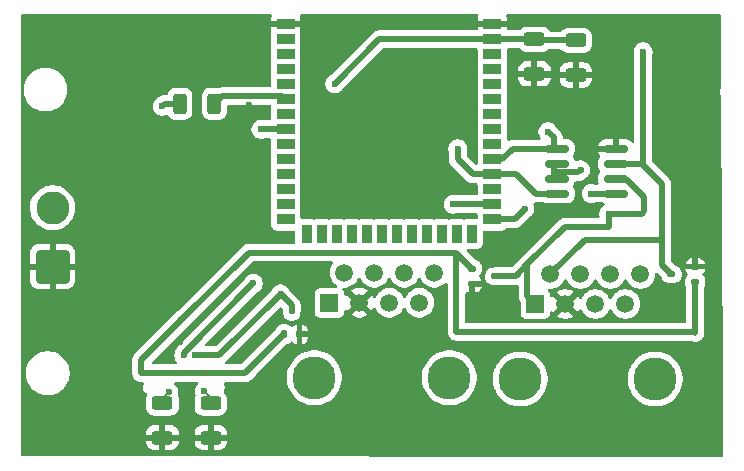
<source format=gbr>
%TF.GenerationSoftware,KiCad,Pcbnew,9.0.4*%
%TF.CreationDate,2025-09-12T11:43:07+02:00*%
%TF.ProjectId,inverter comms,696e7665-7274-4657-9220-636f6d6d732e,rev?*%
%TF.SameCoordinates,Original*%
%TF.FileFunction,Copper,L2,Bot*%
%TF.FilePolarity,Positive*%
%FSLAX46Y46*%
G04 Gerber Fmt 4.6, Leading zero omitted, Abs format (unit mm)*
G04 Created by KiCad (PCBNEW 9.0.4) date 2025-09-12 11:43:07*
%MOMM*%
%LPD*%
G01*
G04 APERTURE LIST*
G04 Aperture macros list*
%AMRoundRect*
0 Rectangle with rounded corners*
0 $1 Rounding radius*
0 $2 $3 $4 $5 $6 $7 $8 $9 X,Y pos of 4 corners*
0 Add a 4 corners polygon primitive as box body*
4,1,4,$2,$3,$4,$5,$6,$7,$8,$9,$2,$3,0*
0 Add four circle primitives for the rounded corners*
1,1,$1+$1,$2,$3*
1,1,$1+$1,$4,$5*
1,1,$1+$1,$6,$7*
1,1,$1+$1,$8,$9*
0 Add four rect primitives between the rounded corners*
20,1,$1+$1,$2,$3,$4,$5,0*
20,1,$1+$1,$4,$5,$6,$7,0*
20,1,$1+$1,$6,$7,$8,$9,0*
20,1,$1+$1,$8,$9,$2,$3,0*%
G04 Aperture macros list end*
%TA.AperFunction,SMDPad,CuDef*%
%ADD10RoundRect,0.150000X-0.825000X-0.150000X0.825000X-0.150000X0.825000X0.150000X-0.825000X0.150000X0*%
%TD*%
%TA.AperFunction,WasherPad*%
%ADD11C,3.650000*%
%TD*%
%TA.AperFunction,ComponentPad*%
%ADD12R,1.500000X1.500000*%
%TD*%
%TA.AperFunction,ComponentPad*%
%ADD13C,1.500000*%
%TD*%
%TA.AperFunction,ComponentPad*%
%ADD14RoundRect,0.250001X1.149999X-1.149999X1.149999X1.149999X-1.149999X1.149999X-1.149999X-1.149999X0*%
%TD*%
%TA.AperFunction,ComponentPad*%
%ADD15C,2.800000*%
%TD*%
%TA.AperFunction,SMDPad,CuDef*%
%ADD16R,1.500000X0.900000*%
%TD*%
%TA.AperFunction,SMDPad,CuDef*%
%ADD17R,0.900000X1.500000*%
%TD*%
%TA.AperFunction,HeatsinkPad*%
%ADD18C,0.600000*%
%TD*%
%TA.AperFunction,HeatsinkPad*%
%ADD19R,3.900000X3.900000*%
%TD*%
%TA.AperFunction,SMDPad,CuDef*%
%ADD20RoundRect,0.250000X-0.625000X0.312500X-0.625000X-0.312500X0.625000X-0.312500X0.625000X0.312500X0*%
%TD*%
%TA.AperFunction,SMDPad,CuDef*%
%ADD21RoundRect,0.112500X0.237500X-0.112500X0.237500X0.112500X-0.237500X0.112500X-0.237500X-0.112500X0*%
%TD*%
%TA.AperFunction,SMDPad,CuDef*%
%ADD22RoundRect,0.112500X0.112500X0.237500X-0.112500X0.237500X-0.112500X-0.237500X0.112500X-0.237500X0*%
%TD*%
%TA.AperFunction,SMDPad,CuDef*%
%ADD23RoundRect,0.112500X-0.237500X0.112500X-0.237500X-0.112500X0.237500X-0.112500X0.237500X0.112500X0*%
%TD*%
%TA.AperFunction,SMDPad,CuDef*%
%ADD24RoundRect,0.250000X-0.312500X-0.625000X0.312500X-0.625000X0.312500X0.625000X-0.312500X0.625000X0*%
%TD*%
%TA.AperFunction,ViaPad*%
%ADD25C,0.600000*%
%TD*%
%TA.AperFunction,Conductor*%
%ADD26C,0.500000*%
%TD*%
%TA.AperFunction,Conductor*%
%ADD27C,0.200000*%
%TD*%
G04 APERTURE END LIST*
D10*
%TO.P,U2,1,RO*%
%TO.N,MCU RX*%
X150725000Y-81410000D03*
%TO.P,U2,2,~{RE}*%
%TO.N,DIRECTION*%
X150725000Y-80140000D03*
%TO.P,U2,3,DE*%
X150725000Y-78870000D03*
%TO.P,U2,4,DI*%
%TO.N,MCU TX*%
X150725000Y-77600000D03*
%TO.P,U2,5,GND*%
%TO.N,GND*%
X155675000Y-77600000D03*
%TO.P,U2,6,A*%
%TO.N,BUS A*%
X155675000Y-78870000D03*
%TO.P,U2,7,B*%
%TO.N,BUS B*%
X155675000Y-80140000D03*
%TO.P,U2,8,VCC*%
%TO.N,Net-(U2-VCC)*%
X155675000Y-81410000D03*
%TD*%
D11*
%TO.P,J1,*%
%TO.N,*%
X147600000Y-97100000D03*
X159030000Y-97100000D03*
D12*
%TO.P,J1,1*%
%TO.N,BUS B*%
X148870000Y-90750000D03*
D13*
%TO.P,J1,2*%
%TO.N,BUS A*%
X150140000Y-88210000D03*
%TO.P,J1,3*%
%TO.N,GND*%
X151410000Y-90750000D03*
%TO.P,J1,4*%
%TO.N,Net-(J1-Pad4)*%
X152680000Y-88210000D03*
%TO.P,J1,5*%
%TO.N,Net-(J1-Pad5)*%
X153950000Y-90750000D03*
%TO.P,J1,6*%
%TO.N,unconnected-(J1-Pad6)*%
X155220000Y-88210000D03*
%TO.P,J1,7*%
%TO.N,unconnected-(J1-Pad7)*%
X156490000Y-90750000D03*
%TO.P,J1,8*%
%TO.N,unconnected-(J1-Pad8)*%
X157760000Y-88210000D03*
%TD*%
D14*
%TO.P,J4,1,Pin_1*%
%TO.N,GND*%
X108000000Y-87600000D03*
D15*
%TO.P,J4,2,Pin_2*%
%TO.N,5V*%
X108000000Y-82600000D03*
%TD*%
D11*
%TO.P,J2,*%
%TO.N,*%
X130170000Y-97000000D03*
X141600000Y-97000000D03*
D12*
%TO.P,J2,1*%
%TO.N,unconnected-(J2-Pad1)*%
X131440000Y-90650000D03*
D13*
%TO.P,J2,2*%
%TO.N,unconnected-(J2-Pad2)*%
X132710000Y-88110000D03*
%TO.P,J2,3*%
%TO.N,GND*%
X133980000Y-90650000D03*
%TO.P,J2,4*%
%TO.N,Net-(J1-Pad4)*%
X135250000Y-88110000D03*
%TO.P,J2,5*%
%TO.N,Net-(J1-Pad5)*%
X136520000Y-90650000D03*
%TO.P,J2,6*%
%TO.N,unconnected-(J2-Pad6)*%
X137790000Y-88110000D03*
%TO.P,J2,7*%
%TO.N,unconnected-(J2-Pad7)*%
X139060000Y-90650000D03*
%TO.P,J2,8*%
%TO.N,unconnected-(J2-Pad8)*%
X140330000Y-88110000D03*
%TD*%
D16*
%TO.P,U1,1,GND*%
%TO.N,GND*%
X145237500Y-67070000D03*
%TO.P,U1,2,3V3*%
%TO.N,+3.3V*%
X145237500Y-68340000D03*
%TO.P,U1,3,EN*%
%TO.N,unconnected-(U1-EN-Pad3)*%
X145237500Y-69610000D03*
%TO.P,U1,4,IO4*%
%TO.N,unconnected-(U1-IO4-Pad4)*%
X145237500Y-70880000D03*
%TO.P,U1,5,IO5*%
%TO.N,unconnected-(U1-IO5-Pad5)*%
X145237500Y-72150000D03*
%TO.P,U1,6,IO6*%
%TO.N,unconnected-(U1-IO6-Pad6)*%
X145237500Y-73420000D03*
%TO.P,U1,7,IO7*%
%TO.N,unconnected-(U1-IO7-Pad7)*%
X145237500Y-74690000D03*
%TO.P,U1,8,IO15*%
%TO.N,unconnected-(U1-IO15-Pad8)*%
X145237500Y-75960000D03*
%TO.P,U1,9,IO16*%
%TO.N,unconnected-(U1-IO16-Pad9)*%
X145237500Y-77230000D03*
%TO.P,U1,10,IO17*%
%TO.N,MCU TX*%
X145237500Y-78500000D03*
%TO.P,U1,11,IO18*%
%TO.N,MCU RX*%
X145237500Y-79770000D03*
%TO.P,U1,12,IO8*%
%TO.N,unconnected-(U1-IO8-Pad12)*%
X145237500Y-81040000D03*
%TO.P,U1,13,USB_D-*%
%TO.N,USB D-*%
X145237500Y-82310000D03*
%TO.P,U1,14,USB_D+*%
%TO.N,USB D+*%
X145237500Y-83580000D03*
D17*
%TO.P,U1,15,IO3*%
%TO.N,unconnected-(U1-IO3-Pad15)*%
X143472500Y-84830000D03*
%TO.P,U1,16,IO46*%
%TO.N,unconnected-(U1-IO46-Pad16)*%
X142202500Y-84830000D03*
%TO.P,U1,17,IO9*%
%TO.N,unconnected-(U1-IO9-Pad17)*%
X140932500Y-84830000D03*
%TO.P,U1,18,IO10*%
%TO.N,unconnected-(U1-IO10-Pad18)*%
X139662500Y-84830000D03*
%TO.P,U1,19,IO11*%
%TO.N,unconnected-(U1-IO11-Pad19)*%
X138392500Y-84830000D03*
%TO.P,U1,20,IO12*%
%TO.N,unconnected-(U1-IO12-Pad20)*%
X137122500Y-84830000D03*
%TO.P,U1,21,IO13*%
%TO.N,unconnected-(U1-IO13-Pad21)*%
X135852500Y-84830000D03*
%TO.P,U1,22,IO14*%
%TO.N,unconnected-(U1-IO14-Pad22)*%
X134582500Y-84830000D03*
%TO.P,U1,23,IO21*%
%TO.N,unconnected-(U1-IO21-Pad23)*%
X133312500Y-84830000D03*
%TO.P,U1,24,IO47*%
%TO.N,unconnected-(U1-IO47-Pad24)*%
X132042500Y-84830000D03*
%TO.P,U1,25,IO48*%
%TO.N,unconnected-(U1-IO48-Pad25)*%
X130772500Y-84830000D03*
%TO.P,U1,26,IO45*%
%TO.N,unconnected-(U1-IO45-Pad26)*%
X129502500Y-84830000D03*
D16*
%TO.P,U1,27,IO0*%
%TO.N,unconnected-(U1-IO0-Pad27)*%
X127737500Y-83580000D03*
%TO.P,U1,28,IO35*%
%TO.N,unconnected-(U1-IO35-Pad28)*%
X127737500Y-82310000D03*
%TO.P,U1,29,IO36*%
%TO.N,unconnected-(U1-IO36-Pad29)*%
X127737500Y-81040000D03*
%TO.P,U1,30,IO37*%
%TO.N,unconnected-(U1-IO37-Pad30)*%
X127737500Y-79770000D03*
%TO.P,U1,31,IO38*%
%TO.N,unconnected-(U1-IO38-Pad31)*%
X127737500Y-78500000D03*
%TO.P,U1,32,IO39*%
%TO.N,unconnected-(U1-IO39-Pad32)*%
X127737500Y-77230000D03*
%TO.P,U1,33,IO40*%
%TO.N,DIRECTION*%
X127737500Y-75960000D03*
%TO.P,U1,34,IO41*%
%TO.N,unconnected-(U1-IO41-Pad34)*%
X127737500Y-74690000D03*
%TO.P,U1,35,IO42*%
%TO.N,stateLed*%
X127737500Y-73420000D03*
%TO.P,U1,36,RXD0*%
%TO.N,unconnected-(U1-RXD0-Pad36)*%
X127737500Y-72150000D03*
%TO.P,U1,37,TXD0*%
%TO.N,unconnected-(U1-TXD0-Pad37)*%
X127737500Y-70880000D03*
%TO.P,U1,38,IO2*%
%TO.N,unconnected-(U1-IO2-Pad38)*%
X127737500Y-69610000D03*
%TO.P,U1,39,IO1*%
%TO.N,unconnected-(U1-IO1-Pad39)*%
X127737500Y-68340000D03*
%TO.P,U1,40,GND*%
%TO.N,GND*%
X127737500Y-67070000D03*
D18*
%TO.P,U1,41,GND*%
X139387500Y-75490000D03*
X139387500Y-74090000D03*
X138687500Y-76190000D03*
X138687500Y-74790000D03*
X138687500Y-73390000D03*
X137987500Y-75490000D03*
D19*
X137987500Y-74790000D03*
D18*
X137987500Y-74090000D03*
X137287500Y-76190000D03*
X137287500Y-74790000D03*
X137287500Y-73390000D03*
X136587500Y-75490000D03*
X136587500Y-74090000D03*
%TD*%
D20*
%TO.P,R3,1*%
%TO.N,Net-(J3-CC2)*%
X121400000Y-99137500D03*
%TO.P,R3,2*%
%TO.N,GND*%
X121400000Y-102062500D03*
%TD*%
%TO.P,C1,1*%
%TO.N,+3.3V*%
X148800000Y-68337500D03*
%TO.P,C1,2*%
%TO.N,GND*%
X148800000Y-71262500D03*
%TD*%
%TO.P,R1,1*%
%TO.N,Net-(J3-CC1)*%
X117300000Y-99137500D03*
%TO.P,R1,2*%
%TO.N,GND*%
X117300000Y-102062500D03*
%TD*%
D21*
%TO.P,D4,1*%
%TO.N,GND*%
X143500000Y-89050000D03*
%TO.P,D4,2*%
%TO.N,+3.3V*%
X143500000Y-87750000D03*
%TO.P,D4,3*%
%TO.N,BUS B*%
X145500000Y-88400000D03*
%TD*%
D22*
%TO.P,D6,1*%
%TO.N,GND*%
X128900000Y-93300000D03*
%TO.P,D6,2*%
%TO.N,+3.3V*%
X127600000Y-93300000D03*
%TO.P,D6,3*%
%TO.N,USB D+*%
X128250000Y-91300000D03*
%TD*%
D23*
%TO.P,D5,1*%
%TO.N,GND*%
X162400000Y-87600000D03*
%TO.P,D5,2*%
%TO.N,+3.3V*%
X162400000Y-88900000D03*
%TO.P,D5,3*%
%TO.N,BUS A*%
X160400000Y-88250000D03*
%TD*%
D20*
%TO.P,C3,1*%
%TO.N,+3.3V*%
X152300000Y-68437500D03*
%TO.P,C3,2*%
%TO.N,GND*%
X152300000Y-71362500D03*
%TD*%
D24*
%TO.P,R10,1*%
%TO.N,Net-(D1-A)*%
X118775000Y-73800000D03*
%TO.P,R10,2*%
%TO.N,stateLed*%
X121700000Y-73800000D03*
%TD*%
D25*
%TO.N,+3.3V*%
X118900000Y-92100000D03*
X131900000Y-72100000D03*
%TO.N,GND*%
X124600000Y-73900000D03*
X153700000Y-95400000D03*
X112900000Y-74600000D03*
X135900000Y-94700000D03*
X131500000Y-68700000D03*
X118800000Y-94000000D03*
X150600000Y-72800000D03*
X119400000Y-100200000D03*
X113200000Y-93000000D03*
X126000000Y-88000000D03*
X154500000Y-67600000D03*
%TO.N,Net-(J3-CC1)*%
X117855000Y-98200000D03*
%TO.N,Net-(J3-CC2)*%
X120856970Y-98136662D03*
%TO.N,BUS B*%
X155100000Y-83100000D03*
%TO.N,BUS A*%
X158000000Y-69400000D03*
%TO.N,MCU TX*%
X149937500Y-76162500D03*
%TO.N,MCU RX*%
X142300000Y-77600000D03*
%TO.N,DIRECTION*%
X152700000Y-79400000D03*
X125640425Y-75964001D03*
%TO.N,USB D+*%
X148000000Y-82700000D03*
X120100000Y-95100000D03*
X127300000Y-89900000D03*
%TO.N,Net-(D1-A)*%
X117300000Y-74000000D03*
%TO.N,USB D-*%
X119100000Y-95100000D03*
X125000000Y-89000000D03*
X141910000Y-82310000D03*
%TO.N,Net-(U2-VCC)*%
X153600000Y-81400000D03*
%TD*%
D26*
%TO.N,BUS B*%
X155100000Y-83100000D02*
X157900000Y-83100000D01*
X157900000Y-83100000D02*
X158100000Y-82900000D01*
X158100000Y-81700000D02*
X158100000Y-82900000D01*
X155675000Y-80140000D02*
X156540000Y-80140000D01*
X156540000Y-80140000D02*
X158100000Y-81700000D01*
%TO.N,+3.3V*%
X142150000Y-86400000D02*
X124600000Y-86400000D01*
X124300000Y-96600000D02*
X115500000Y-96600000D01*
X152300000Y-68437500D02*
X148900000Y-68437500D01*
X162400000Y-88900000D02*
X162400000Y-93200000D01*
X145240000Y-68337500D02*
X145237500Y-68340000D01*
X143500000Y-87750000D02*
X142150000Y-86400000D01*
X127600000Y-93300000D02*
X124300000Y-96600000D01*
X142200000Y-86450000D02*
X142150000Y-86400000D01*
X162100000Y-93100000D02*
X142200000Y-93100000D01*
X148900000Y-68437500D02*
X148800000Y-68337500D01*
X135660000Y-68340000D02*
X131900000Y-72100000D01*
X115500000Y-96600000D02*
X115500000Y-95500000D01*
X148800000Y-68337500D02*
X145240000Y-68337500D01*
X115500000Y-95500000D02*
X118900000Y-92100000D01*
X142200000Y-93100000D02*
X142200000Y-86450000D01*
X124600000Y-86400000D02*
X118900000Y-92100000D01*
X145237500Y-68340000D02*
X135660000Y-68340000D01*
%TO.N,GND*%
X152300000Y-71362500D02*
X148900000Y-71362500D01*
X148900000Y-71362500D02*
X148800000Y-71262500D01*
D27*
%TO.N,Net-(J3-CC1)*%
X117855000Y-98200000D02*
X117300000Y-98755000D01*
%TO.N,Net-(J3-CC2)*%
X120856970Y-98136662D02*
X121400000Y-98679692D01*
D26*
%TO.N,BUS B*%
X151400000Y-84200000D02*
X148200000Y-87400000D01*
X145500000Y-88400000D02*
X147200000Y-88400000D01*
X147200000Y-88400000D02*
X148200000Y-87400000D01*
X155100000Y-84200000D02*
X151400000Y-84200000D01*
X148200000Y-87400000D02*
X148200000Y-90080000D01*
X148200000Y-90080000D02*
X148870000Y-90750000D01*
X155100000Y-83100000D02*
X155100000Y-84200000D01*
%TO.N,BUS A*%
X159600000Y-80600000D02*
X157865000Y-78865000D01*
X158000000Y-78730000D02*
X157865000Y-78865000D01*
X159600000Y-85300000D02*
X159600000Y-80600000D01*
X160400000Y-88250000D02*
X159600000Y-87450000D01*
X159600000Y-87450000D02*
X159600000Y-85300000D01*
X158000000Y-69400000D02*
X158000000Y-78730000D01*
X153050000Y-85300000D02*
X159600000Y-85300000D01*
X150140000Y-88210000D02*
X153050000Y-85300000D01*
X157865000Y-78865000D02*
X155375000Y-78865000D01*
%TO.N,MCU TX*%
X146974500Y-77595000D02*
X146069500Y-78500000D01*
X146069500Y-78500000D02*
X145237500Y-78500000D01*
X150425000Y-77595000D02*
X146974500Y-77595000D01*
X150425000Y-77595000D02*
X150425000Y-76650000D01*
X150425000Y-76650000D02*
X149937500Y-76162500D01*
%TO.N,MCU RX*%
X142300000Y-78500000D02*
X143570000Y-79770000D01*
X143570000Y-79770000D02*
X145237500Y-79770000D01*
X142300000Y-77600000D02*
X142300000Y-78500000D01*
X150425000Y-81405000D02*
X148905000Y-81405000D01*
X147270000Y-79770000D02*
X145237500Y-79770000D01*
X148905000Y-81405000D02*
X147270000Y-79770000D01*
%TO.N,DIRECTION*%
X127737500Y-75960000D02*
X125644426Y-75960000D01*
X150425000Y-78865000D02*
X150425000Y-79600000D01*
X150425000Y-79600000D02*
X150425000Y-80135000D01*
X152500000Y-79600000D02*
X152700000Y-79400000D01*
X125644426Y-75960000D02*
X125640425Y-75964001D01*
X150425000Y-79600000D02*
X152500000Y-79600000D01*
%TO.N,USB D+*%
X145237500Y-83580000D02*
X147120000Y-83580000D01*
X122100000Y-95100000D02*
X120100000Y-95100000D01*
X127300000Y-89900000D02*
X122100000Y-95100000D01*
X128250000Y-90850000D02*
X127300000Y-89900000D01*
X128250000Y-91300000D02*
X128250000Y-90850000D01*
X147120000Y-83580000D02*
X148000000Y-82700000D01*
%TO.N,Net-(D1-A)*%
X118775000Y-73800000D02*
X117500000Y-73800000D01*
X117500000Y-73800000D02*
X117300000Y-74000000D01*
%TO.N,USB D-*%
X119100000Y-94900000D02*
X119100000Y-95100000D01*
X145237500Y-82310000D02*
X141910000Y-82310000D01*
X125000000Y-89000000D02*
X119100000Y-94900000D01*
%TO.N,Net-(U2-VCC)*%
X155370000Y-81400000D02*
X155375000Y-81405000D01*
X153600000Y-81400000D02*
X155370000Y-81400000D01*
%TO.N,stateLed*%
X127466500Y-73149000D02*
X127737500Y-73420000D01*
X121700000Y-73800000D02*
X122351000Y-73149000D01*
X122351000Y-73149000D02*
X127466500Y-73149000D01*
%TD*%
%TA.AperFunction,Conductor*%
%TO.N,GND*%
G36*
X126499068Y-66220185D02*
G01*
X126544823Y-66272989D01*
X126554767Y-66342147D01*
X126545810Y-66369065D01*
X126547246Y-66369601D01*
X126493903Y-66512620D01*
X126493901Y-66512627D01*
X126487500Y-66572155D01*
X126487500Y-66820000D01*
X128987500Y-66820000D01*
X128987500Y-66572172D01*
X128987499Y-66572155D01*
X128981098Y-66512627D01*
X128981096Y-66512620D01*
X128927754Y-66369601D01*
X128930773Y-66368474D01*
X128919288Y-66315632D01*
X128943717Y-66250172D01*
X128999658Y-66208311D01*
X129042971Y-66200500D01*
X143932029Y-66200500D01*
X143999068Y-66220185D01*
X144044823Y-66272989D01*
X144054767Y-66342147D01*
X144045810Y-66369065D01*
X144047246Y-66369601D01*
X143993903Y-66512620D01*
X143993901Y-66512627D01*
X143987500Y-66572155D01*
X143987500Y-66820000D01*
X146487500Y-66820000D01*
X146487500Y-66572172D01*
X146487499Y-66572155D01*
X146481098Y-66512627D01*
X146481096Y-66512620D01*
X146427754Y-66369601D01*
X146430773Y-66368474D01*
X146419288Y-66315632D01*
X146443717Y-66250172D01*
X146499658Y-66208311D01*
X146542971Y-66200500D01*
X164476609Y-66200500D01*
X164543648Y-66220185D01*
X164589403Y-66272989D01*
X164600608Y-66323891D01*
X164629681Y-72240196D01*
X164625457Y-72272898D01*
X164594805Y-72387294D01*
X164582023Y-72435000D01*
X164581163Y-72438208D01*
X164581160Y-72438221D01*
X164549500Y-72678711D01*
X164549500Y-72921288D01*
X164581161Y-73161787D01*
X164631055Y-73347994D01*
X164635279Y-73379478D01*
X164749732Y-96670481D01*
X164749500Y-96678151D01*
X164749500Y-96921292D01*
X164750000Y-96925092D01*
X164751059Y-96940661D01*
X164783616Y-103565925D01*
X164764261Y-103633060D01*
X164711682Y-103679074D01*
X164659436Y-103690534D01*
X105423819Y-103604058D01*
X105356808Y-103584275D01*
X105311131Y-103531405D01*
X105300000Y-103480058D01*
X105300000Y-102424986D01*
X115925001Y-102424986D01*
X115935494Y-102527697D01*
X115990641Y-102694119D01*
X115990643Y-102694124D01*
X116082684Y-102843345D01*
X116206654Y-102967315D01*
X116355875Y-103059356D01*
X116355880Y-103059358D01*
X116522302Y-103114505D01*
X116522309Y-103114506D01*
X116625019Y-103124999D01*
X117049999Y-103124999D01*
X117550000Y-103124999D01*
X117974972Y-103124999D01*
X117974986Y-103124998D01*
X118077697Y-103114505D01*
X118244119Y-103059358D01*
X118244124Y-103059356D01*
X118393345Y-102967315D01*
X118517315Y-102843345D01*
X118609356Y-102694124D01*
X118609358Y-102694119D01*
X118664505Y-102527697D01*
X118664506Y-102527690D01*
X118674999Y-102424986D01*
X120025001Y-102424986D01*
X120035494Y-102527697D01*
X120090641Y-102694119D01*
X120090643Y-102694124D01*
X120182684Y-102843345D01*
X120306654Y-102967315D01*
X120455875Y-103059356D01*
X120455880Y-103059358D01*
X120622302Y-103114505D01*
X120622309Y-103114506D01*
X120725019Y-103124999D01*
X121149999Y-103124999D01*
X121650000Y-103124999D01*
X122074972Y-103124999D01*
X122074986Y-103124998D01*
X122177697Y-103114505D01*
X122344119Y-103059358D01*
X122344124Y-103059356D01*
X122493345Y-102967315D01*
X122617315Y-102843345D01*
X122709356Y-102694124D01*
X122709358Y-102694119D01*
X122764505Y-102527697D01*
X122764506Y-102527690D01*
X122774999Y-102424986D01*
X122775000Y-102424973D01*
X122775000Y-102312500D01*
X121650000Y-102312500D01*
X121650000Y-103124999D01*
X121149999Y-103124999D01*
X121150000Y-103124998D01*
X121150000Y-102312500D01*
X120025001Y-102312500D01*
X120025001Y-102424986D01*
X118674999Y-102424986D01*
X118675000Y-102424973D01*
X118675000Y-102312500D01*
X117550000Y-102312500D01*
X117550000Y-103124999D01*
X117049999Y-103124999D01*
X117050000Y-103124998D01*
X117050000Y-102312500D01*
X115925001Y-102312500D01*
X115925001Y-102424986D01*
X105300000Y-102424986D01*
X105300000Y-101700013D01*
X115925000Y-101700013D01*
X115925000Y-101812500D01*
X117050000Y-101812500D01*
X117550000Y-101812500D01*
X118674999Y-101812500D01*
X118674999Y-101700029D01*
X118674998Y-101700013D01*
X120025000Y-101700013D01*
X120025000Y-101812500D01*
X121150000Y-101812500D01*
X121650000Y-101812500D01*
X122774999Y-101812500D01*
X122774999Y-101700028D01*
X122774998Y-101700013D01*
X122764505Y-101597302D01*
X122709358Y-101430880D01*
X122709356Y-101430875D01*
X122617315Y-101281654D01*
X122493345Y-101157684D01*
X122344124Y-101065643D01*
X122344119Y-101065641D01*
X122177697Y-101010494D01*
X122177690Y-101010493D01*
X122074986Y-101000000D01*
X121650000Y-101000000D01*
X121650000Y-101812500D01*
X121150000Y-101812500D01*
X121150000Y-101000000D01*
X120725028Y-101000000D01*
X120725012Y-101000001D01*
X120622302Y-101010494D01*
X120455880Y-101065641D01*
X120455875Y-101065643D01*
X120306654Y-101157684D01*
X120182684Y-101281654D01*
X120090643Y-101430875D01*
X120090641Y-101430880D01*
X120035494Y-101597302D01*
X120035493Y-101597309D01*
X120025000Y-101700013D01*
X118674998Y-101700013D01*
X118674998Y-101700012D01*
X118664505Y-101597302D01*
X118609358Y-101430880D01*
X118609356Y-101430875D01*
X118517315Y-101281654D01*
X118393345Y-101157684D01*
X118244124Y-101065643D01*
X118244119Y-101065641D01*
X118077697Y-101010494D01*
X118077690Y-101010493D01*
X117974986Y-101000000D01*
X117550000Y-101000000D01*
X117550000Y-101812500D01*
X117050000Y-101812500D01*
X117050000Y-101000000D01*
X116625028Y-101000000D01*
X116625012Y-101000001D01*
X116522302Y-101010494D01*
X116355880Y-101065641D01*
X116355875Y-101065643D01*
X116206654Y-101157684D01*
X116082684Y-101281654D01*
X115990643Y-101430875D01*
X115990641Y-101430880D01*
X115935494Y-101597302D01*
X115935493Y-101597309D01*
X115925000Y-101700013D01*
X105300000Y-101700013D01*
X105300000Y-96478711D01*
X105749500Y-96478711D01*
X105749500Y-96721288D01*
X105781161Y-96961785D01*
X105843947Y-97196104D01*
X105928197Y-97399500D01*
X105936776Y-97420212D01*
X106058064Y-97630289D01*
X106058066Y-97630292D01*
X106058067Y-97630293D01*
X106205733Y-97822736D01*
X106205739Y-97822743D01*
X106377256Y-97994260D01*
X106377263Y-97994266D01*
X106490321Y-98081018D01*
X106569711Y-98141936D01*
X106779788Y-98263224D01*
X107003900Y-98356054D01*
X107238211Y-98418838D01*
X107418586Y-98442584D01*
X107478711Y-98450500D01*
X107478712Y-98450500D01*
X107721289Y-98450500D01*
X107778713Y-98442940D01*
X107961789Y-98418838D01*
X108196100Y-98356054D01*
X108420212Y-98263224D01*
X108630289Y-98141936D01*
X108822738Y-97994265D01*
X108994265Y-97822738D01*
X109141936Y-97630289D01*
X109263224Y-97420212D01*
X109356054Y-97196100D01*
X109418838Y-96961789D01*
X109450500Y-96721288D01*
X109450500Y-96673920D01*
X114749499Y-96673920D01*
X114778340Y-96818907D01*
X114778343Y-96818917D01*
X114834912Y-96955488D01*
X114834919Y-96955501D01*
X114917048Y-97078415D01*
X114917051Y-97078419D01*
X115021580Y-97182948D01*
X115021584Y-97182951D01*
X115144498Y-97265080D01*
X115144511Y-97265087D01*
X115281082Y-97321656D01*
X115281087Y-97321658D01*
X115281091Y-97321658D01*
X115281092Y-97321659D01*
X115426079Y-97350500D01*
X115426082Y-97350500D01*
X115573918Y-97350500D01*
X115598101Y-97350500D01*
X115665140Y-97370185D01*
X115710895Y-97422989D01*
X115720839Y-97492147D01*
X115705487Y-97536501D01*
X115678721Y-97582859D01*
X115678720Y-97582862D01*
X115678719Y-97582864D01*
X115678719Y-97582865D01*
X115639500Y-97729234D01*
X115639500Y-97880766D01*
X115645502Y-97903165D01*
X115678719Y-98027136D01*
X115693256Y-98052314D01*
X115754485Y-98158365D01*
X115861635Y-98265515D01*
X115955100Y-98319477D01*
X116003316Y-98370044D01*
X116016539Y-98438651D01*
X115998642Y-98491955D01*
X115990187Y-98505662D01*
X115990186Y-98505665D01*
X115979936Y-98536597D01*
X115935001Y-98672203D01*
X115935001Y-98672204D01*
X115935000Y-98672204D01*
X115924500Y-98774983D01*
X115924500Y-99500001D01*
X115924501Y-99500019D01*
X115935000Y-99602796D01*
X115935001Y-99602799D01*
X115990185Y-99769331D01*
X115990186Y-99769334D01*
X116082288Y-99918656D01*
X116206344Y-100042712D01*
X116355666Y-100134814D01*
X116522203Y-100189999D01*
X116624991Y-100200500D01*
X117975008Y-100200499D01*
X118077797Y-100189999D01*
X118244334Y-100134814D01*
X118393656Y-100042712D01*
X118517712Y-99918656D01*
X118609814Y-99769334D01*
X118664999Y-99602797D01*
X118675500Y-99500009D01*
X118675499Y-98774992D01*
X118664999Y-98672203D01*
X118617677Y-98529397D01*
X118615276Y-98459574D01*
X118620822Y-98442947D01*
X118624737Y-98433497D01*
X118655500Y-98278842D01*
X118655500Y-98121158D01*
X118655500Y-98121155D01*
X118655499Y-98121153D01*
X118637515Y-98030742D01*
X118624737Y-97966503D01*
X118589224Y-97880766D01*
X118564397Y-97820827D01*
X118564390Y-97820814D01*
X118476789Y-97689711D01*
X118476786Y-97689707D01*
X118365291Y-97578212D01*
X118364379Y-97577603D01*
X118364008Y-97577160D01*
X118360581Y-97574347D01*
X118361114Y-97573696D01*
X118319573Y-97523990D01*
X118310866Y-97454666D01*
X118341020Y-97391638D01*
X118400463Y-97354918D01*
X118433269Y-97350500D01*
X120211691Y-97350500D01*
X120278730Y-97370185D01*
X120324485Y-97422989D01*
X120334429Y-97492147D01*
X120305404Y-97555703D01*
X120299372Y-97562181D01*
X120235183Y-97626369D01*
X120235180Y-97626373D01*
X120147579Y-97757476D01*
X120147572Y-97757489D01*
X120087234Y-97903160D01*
X120087231Y-97903172D01*
X120056470Y-98057815D01*
X120056470Y-98215508D01*
X120087230Y-98370150D01*
X120087233Y-98370160D01*
X120097733Y-98395508D01*
X120105202Y-98464977D01*
X120092302Y-98498680D01*
X120093240Y-98499118D01*
X120090185Y-98505668D01*
X120079936Y-98536597D01*
X120035001Y-98672203D01*
X120035001Y-98672204D01*
X120035000Y-98672204D01*
X120024500Y-98774983D01*
X120024500Y-99500001D01*
X120024501Y-99500019D01*
X120035000Y-99602796D01*
X120035001Y-99602799D01*
X120090185Y-99769331D01*
X120090186Y-99769334D01*
X120182288Y-99918656D01*
X120306344Y-100042712D01*
X120455666Y-100134814D01*
X120622203Y-100189999D01*
X120724991Y-100200500D01*
X122075008Y-100200499D01*
X122177797Y-100189999D01*
X122344334Y-100134814D01*
X122493656Y-100042712D01*
X122617712Y-99918656D01*
X122709814Y-99769334D01*
X122764999Y-99602797D01*
X122775500Y-99500009D01*
X122775499Y-98774992D01*
X122764999Y-98672203D01*
X122709814Y-98505666D01*
X122617712Y-98356344D01*
X122509698Y-98248330D01*
X122476213Y-98187007D01*
X122481197Y-98117315D01*
X122489988Y-98098655D01*
X122531281Y-98027135D01*
X122570500Y-97880766D01*
X122570500Y-97729234D01*
X122531281Y-97582865D01*
X122527987Y-97577160D01*
X122504513Y-97536501D01*
X122488039Y-97468601D01*
X122510891Y-97402574D01*
X122565812Y-97359383D01*
X122611899Y-97350500D01*
X124373920Y-97350500D01*
X124471462Y-97331096D01*
X124518913Y-97321658D01*
X124655495Y-97265084D01*
X124708779Y-97229481D01*
X124708779Y-97229480D01*
X124708781Y-97229480D01*
X124758738Y-97196100D01*
X124778416Y-97182952D01*
X124882953Y-97078415D01*
X125113784Y-96847585D01*
X127844500Y-96847585D01*
X127844500Y-97152414D01*
X127844501Y-97152430D01*
X127884289Y-97454654D01*
X127963189Y-97749113D01*
X128079844Y-98030742D01*
X128079848Y-98030752D01*
X128232267Y-98294750D01*
X128417843Y-98536597D01*
X128417849Y-98536604D01*
X128633395Y-98752150D01*
X128633402Y-98752156D01*
X128875249Y-98937732D01*
X129139247Y-99090151D01*
X129139248Y-99090151D01*
X129139251Y-99090153D01*
X129327009Y-99167925D01*
X129420886Y-99206810D01*
X129420887Y-99206810D01*
X129420889Y-99206811D01*
X129715344Y-99285710D01*
X130017579Y-99325500D01*
X130017586Y-99325500D01*
X130322414Y-99325500D01*
X130322421Y-99325500D01*
X130624656Y-99285710D01*
X130919111Y-99206811D01*
X131200749Y-99090153D01*
X131464751Y-98937732D01*
X131706599Y-98752155D01*
X131922155Y-98536599D01*
X132107732Y-98294751D01*
X132260153Y-98030749D01*
X132376811Y-97749111D01*
X132455710Y-97454656D01*
X132495500Y-97152421D01*
X132495500Y-96847585D01*
X139274500Y-96847585D01*
X139274500Y-97152414D01*
X139274501Y-97152430D01*
X139314289Y-97454654D01*
X139393189Y-97749113D01*
X139509844Y-98030742D01*
X139509848Y-98030752D01*
X139662267Y-98294750D01*
X139847843Y-98536597D01*
X139847849Y-98536604D01*
X140063395Y-98752150D01*
X140063402Y-98752156D01*
X140305249Y-98937732D01*
X140569247Y-99090151D01*
X140569248Y-99090151D01*
X140569251Y-99090153D01*
X140757009Y-99167925D01*
X140850886Y-99206810D01*
X140850887Y-99206810D01*
X140850889Y-99206811D01*
X141145344Y-99285710D01*
X141447579Y-99325500D01*
X141447586Y-99325500D01*
X141752414Y-99325500D01*
X141752421Y-99325500D01*
X142054656Y-99285710D01*
X142349111Y-99206811D01*
X142630749Y-99090153D01*
X142894751Y-98937732D01*
X143136599Y-98752155D01*
X143352155Y-98536599D01*
X143537732Y-98294751D01*
X143690153Y-98030749D01*
X143806811Y-97749111D01*
X143885710Y-97454656D01*
X143925500Y-97152421D01*
X143925500Y-96947585D01*
X145274500Y-96947585D01*
X145274500Y-97252414D01*
X145274501Y-97252430D01*
X145314289Y-97554654D01*
X145393189Y-97849113D01*
X145509844Y-98130742D01*
X145509848Y-98130752D01*
X145662267Y-98394750D01*
X145847843Y-98636597D01*
X145847849Y-98636604D01*
X146063395Y-98852150D01*
X146063402Y-98852156D01*
X146305249Y-99037732D01*
X146569247Y-99190151D01*
X146569248Y-99190151D01*
X146569251Y-99190153D01*
X146757009Y-99267925D01*
X146850886Y-99306810D01*
X146850887Y-99306810D01*
X146850889Y-99306811D01*
X147145344Y-99385710D01*
X147447579Y-99425500D01*
X147447586Y-99425500D01*
X147752414Y-99425500D01*
X147752421Y-99425500D01*
X148054656Y-99385710D01*
X148349111Y-99306811D01*
X148630749Y-99190153D01*
X148894751Y-99037732D01*
X149136599Y-98852155D01*
X149352155Y-98636599D01*
X149537732Y-98394751D01*
X149690153Y-98130749D01*
X149806811Y-97849111D01*
X149885710Y-97554656D01*
X149925500Y-97252421D01*
X149925500Y-96947585D01*
X156704500Y-96947585D01*
X156704500Y-97252414D01*
X156704501Y-97252430D01*
X156744289Y-97554654D01*
X156823189Y-97849113D01*
X156939844Y-98130742D01*
X156939848Y-98130752D01*
X157092267Y-98394750D01*
X157277843Y-98636597D01*
X157277849Y-98636604D01*
X157493395Y-98852150D01*
X157493402Y-98852156D01*
X157735249Y-99037732D01*
X157999247Y-99190151D01*
X157999248Y-99190151D01*
X157999251Y-99190153D01*
X158187009Y-99267925D01*
X158280886Y-99306810D01*
X158280887Y-99306810D01*
X158280889Y-99306811D01*
X158575344Y-99385710D01*
X158877579Y-99425500D01*
X158877586Y-99425500D01*
X159182414Y-99425500D01*
X159182421Y-99425500D01*
X159484656Y-99385710D01*
X159779111Y-99306811D01*
X160060749Y-99190153D01*
X160324751Y-99037732D01*
X160566599Y-98852155D01*
X160782155Y-98636599D01*
X160967732Y-98394751D01*
X161120153Y-98130749D01*
X161236811Y-97849111D01*
X161315710Y-97554656D01*
X161355500Y-97252421D01*
X161355500Y-96947579D01*
X161315710Y-96645344D01*
X161236811Y-96350889D01*
X161120153Y-96069251D01*
X160967732Y-95805249D01*
X160782155Y-95563401D01*
X160782150Y-95563395D01*
X160566604Y-95347849D01*
X160566597Y-95347843D01*
X160324750Y-95162267D01*
X160060752Y-95009848D01*
X160060742Y-95009844D01*
X159779113Y-94893189D01*
X159484654Y-94814289D01*
X159182430Y-94774501D01*
X159182427Y-94774500D01*
X159182421Y-94774500D01*
X158877579Y-94774500D01*
X158877573Y-94774500D01*
X158877569Y-94774501D01*
X158575345Y-94814289D01*
X158280886Y-94893189D01*
X157999257Y-95009844D01*
X157999247Y-95009848D01*
X157735249Y-95162267D01*
X157493402Y-95347843D01*
X157493395Y-95347849D01*
X157277849Y-95563395D01*
X157277843Y-95563402D01*
X157092267Y-95805249D01*
X156939848Y-96069247D01*
X156939844Y-96069257D01*
X156823189Y-96350886D01*
X156744289Y-96645345D01*
X156704501Y-96947569D01*
X156704500Y-96947585D01*
X149925500Y-96947585D01*
X149925500Y-96947579D01*
X149885710Y-96645344D01*
X149806811Y-96350889D01*
X149690153Y-96069251D01*
X149537732Y-95805249D01*
X149352155Y-95563401D01*
X149352150Y-95563395D01*
X149136604Y-95347849D01*
X149136597Y-95347843D01*
X148894750Y-95162267D01*
X148630752Y-95009848D01*
X148630742Y-95009844D01*
X148349113Y-94893189D01*
X148054654Y-94814289D01*
X147752430Y-94774501D01*
X147752427Y-94774500D01*
X147752421Y-94774500D01*
X147447579Y-94774500D01*
X147447573Y-94774500D01*
X147447569Y-94774501D01*
X147145345Y-94814289D01*
X146850886Y-94893189D01*
X146569257Y-95009844D01*
X146569247Y-95009848D01*
X146305249Y-95162267D01*
X146063402Y-95347843D01*
X146063395Y-95347849D01*
X145847849Y-95563395D01*
X145847843Y-95563402D01*
X145662267Y-95805249D01*
X145509848Y-96069247D01*
X145509844Y-96069257D01*
X145393189Y-96350886D01*
X145314289Y-96645345D01*
X145274501Y-96947569D01*
X145274500Y-96947585D01*
X143925500Y-96947585D01*
X143925500Y-96847579D01*
X143885710Y-96545344D01*
X143806811Y-96250889D01*
X143690153Y-95969251D01*
X143606735Y-95824767D01*
X143537732Y-95705249D01*
X143352156Y-95463402D01*
X143352150Y-95463395D01*
X143136604Y-95247849D01*
X143136597Y-95247843D01*
X142894750Y-95062267D01*
X142630752Y-94909848D01*
X142630742Y-94909844D01*
X142349113Y-94793189D01*
X142054654Y-94714289D01*
X141752430Y-94674501D01*
X141752427Y-94674500D01*
X141752421Y-94674500D01*
X141447579Y-94674500D01*
X141447573Y-94674500D01*
X141447569Y-94674501D01*
X141145345Y-94714289D01*
X140850886Y-94793189D01*
X140569257Y-94909844D01*
X140569247Y-94909848D01*
X140305249Y-95062267D01*
X140063402Y-95247843D01*
X140063395Y-95247849D01*
X139847849Y-95463395D01*
X139847843Y-95463402D01*
X139662267Y-95705249D01*
X139509848Y-95969247D01*
X139509844Y-95969257D01*
X139393189Y-96250886D01*
X139314289Y-96545345D01*
X139274501Y-96847569D01*
X139274500Y-96847585D01*
X132495500Y-96847585D01*
X132495500Y-96847579D01*
X132455710Y-96545344D01*
X132376811Y-96250889D01*
X132260153Y-95969251D01*
X132176735Y-95824767D01*
X132107732Y-95705249D01*
X131922156Y-95463402D01*
X131922150Y-95463395D01*
X131706604Y-95247849D01*
X131706597Y-95247843D01*
X131464750Y-95062267D01*
X131200752Y-94909848D01*
X131200742Y-94909844D01*
X130919113Y-94793189D01*
X130624654Y-94714289D01*
X130322430Y-94674501D01*
X130322427Y-94674500D01*
X130322421Y-94674500D01*
X130017579Y-94674500D01*
X130017573Y-94674500D01*
X130017569Y-94674501D01*
X129715345Y-94714289D01*
X129420886Y-94793189D01*
X129139257Y-94909844D01*
X129139247Y-94909848D01*
X128875249Y-95062267D01*
X128633402Y-95247843D01*
X128633395Y-95247849D01*
X128417849Y-95463395D01*
X128417843Y-95463402D01*
X128232267Y-95705249D01*
X128079848Y-95969247D01*
X128079844Y-95969257D01*
X127963189Y-96250886D01*
X127884289Y-96545345D01*
X127844501Y-96847569D01*
X127844500Y-96847585D01*
X125113784Y-96847585D01*
X125205530Y-96755839D01*
X127286867Y-94674500D01*
X127792912Y-94168454D01*
X127845995Y-94137061D01*
X127957887Y-94104555D01*
X128091198Y-94025715D01*
X128091602Y-94025311D01*
X128162673Y-93954241D01*
X128223996Y-93920756D01*
X128293688Y-93925740D01*
X128338035Y-93954241D01*
X128409105Y-94025311D01*
X128409114Y-94025317D01*
X128542315Y-94104092D01*
X128542318Y-94104093D01*
X128674998Y-94142641D01*
X128675000Y-94142640D01*
X129125000Y-94142640D01*
X129125001Y-94142641D01*
X129257681Y-94104093D01*
X129257684Y-94104092D01*
X129390885Y-94025317D01*
X129390894Y-94025311D01*
X129500311Y-93915894D01*
X129500317Y-93915885D01*
X129579092Y-93782684D01*
X129579093Y-93782681D01*
X129622265Y-93634084D01*
X129622267Y-93634073D01*
X129624999Y-93599359D01*
X129625000Y-93599346D01*
X129625000Y-93525000D01*
X129125000Y-93525000D01*
X129125000Y-94142640D01*
X128675000Y-94142640D01*
X128675000Y-93075000D01*
X129125000Y-93075000D01*
X129624999Y-93075000D01*
X129624999Y-93000658D01*
X129624998Y-93000636D01*
X129622266Y-92965921D01*
X129579093Y-92817318D01*
X129579092Y-92817315D01*
X129500317Y-92684114D01*
X129500311Y-92684105D01*
X129390894Y-92574688D01*
X129390885Y-92574682D01*
X129257684Y-92495907D01*
X129257683Y-92495906D01*
X129125000Y-92457357D01*
X129125000Y-93075000D01*
X128675000Y-93075000D01*
X128675000Y-92457357D01*
X128542316Y-92495906D01*
X128542315Y-92495907D01*
X128409114Y-92574682D01*
X128409105Y-92574688D01*
X128338035Y-92645759D01*
X128276712Y-92679244D01*
X128207020Y-92674260D01*
X128162673Y-92645759D01*
X128091203Y-92574289D01*
X128091194Y-92574282D01*
X127958668Y-92495907D01*
X127957887Y-92495445D01*
X127809156Y-92452235D01*
X127809153Y-92452234D01*
X127809151Y-92452234D01*
X127778395Y-92449814D01*
X127774405Y-92449500D01*
X127774404Y-92449500D01*
X127425606Y-92449500D01*
X127425584Y-92449501D01*
X127390847Y-92452234D01*
X127373214Y-92457357D01*
X127242113Y-92495445D01*
X127242111Y-92495445D01*
X127242111Y-92495446D01*
X127108805Y-92574282D01*
X127108796Y-92574289D01*
X126999289Y-92683796D01*
X126999282Y-92683805D01*
X126920444Y-92817114D01*
X126920443Y-92817117D01*
X126887938Y-92929001D01*
X126856543Y-92982087D01*
X124025451Y-95813181D01*
X123964128Y-95846666D01*
X123937770Y-95849500D01*
X122711231Y-95849500D01*
X122644192Y-95829815D01*
X122598437Y-95777011D01*
X122588493Y-95707853D01*
X122617518Y-95644297D01*
X122623550Y-95637819D01*
X127212318Y-91049048D01*
X127220263Y-91044709D01*
X127225689Y-91037462D01*
X127250448Y-91028227D01*
X127273641Y-91015563D01*
X127282670Y-91016208D01*
X127291153Y-91013045D01*
X127316973Y-91018661D01*
X127343333Y-91020547D01*
X127352386Y-91026365D01*
X127359426Y-91027897D01*
X127387680Y-91049048D01*
X127463181Y-91124549D01*
X127496666Y-91185872D01*
X127499500Y-91212230D01*
X127499500Y-91373919D01*
X127505711Y-91405141D01*
X127522116Y-91487619D01*
X127522117Y-91487621D01*
X127524500Y-91511812D01*
X127524500Y-91599392D01*
X127524501Y-91599416D01*
X127527234Y-91634152D01*
X127527234Y-91634155D01*
X127527235Y-91634156D01*
X127570445Y-91782887D01*
X127592112Y-91819524D01*
X127649282Y-91916194D01*
X127649289Y-91916203D01*
X127758796Y-92025710D01*
X127758800Y-92025713D01*
X127758802Y-92025715D01*
X127892113Y-92104555D01*
X128040844Y-92147765D01*
X128075595Y-92150500D01*
X128424404Y-92150499D01*
X128459156Y-92147765D01*
X128607887Y-92104555D01*
X128741198Y-92025715D01*
X128850715Y-91916198D01*
X128929555Y-91782887D01*
X128972765Y-91634156D01*
X128975500Y-91599405D01*
X128975499Y-91511811D01*
X128977882Y-91487619D01*
X129000500Y-91373920D01*
X129000500Y-90776079D01*
X128971659Y-90631092D01*
X128971658Y-90631091D01*
X128971658Y-90631087D01*
X128958657Y-90599700D01*
X128915085Y-90494507D01*
X128915084Y-90494505D01*
X128858813Y-90410289D01*
X128832952Y-90371584D01*
X128046071Y-89584703D01*
X128019191Y-89544475D01*
X128009394Y-89520821D01*
X127992995Y-89496278D01*
X127921789Y-89389710D01*
X127810292Y-89278213D01*
X127810288Y-89278210D01*
X127679185Y-89190609D01*
X127679172Y-89190602D01*
X127533501Y-89130264D01*
X127533489Y-89130261D01*
X127378845Y-89099500D01*
X127378842Y-89099500D01*
X127221158Y-89099500D01*
X127221155Y-89099500D01*
X127066510Y-89130261D01*
X127066498Y-89130264D01*
X126920827Y-89190602D01*
X126920814Y-89190609D01*
X126789711Y-89278210D01*
X126789707Y-89278213D01*
X126678213Y-89389707D01*
X126678207Y-89389715D01*
X126590607Y-89520818D01*
X126590605Y-89520822D01*
X126580805Y-89544480D01*
X126553927Y-89584704D01*
X121825451Y-94313181D01*
X121764128Y-94346666D01*
X121737770Y-94349500D01*
X121011230Y-94349500D01*
X120944191Y-94329815D01*
X120898436Y-94277011D01*
X120888492Y-94207853D01*
X120917517Y-94144297D01*
X120923549Y-94137819D01*
X121986368Y-93075000D01*
X125315297Y-89746069D01*
X125355524Y-89719191D01*
X125379179Y-89709394D01*
X125510289Y-89621789D01*
X125621789Y-89510289D01*
X125709394Y-89379179D01*
X125769737Y-89233497D01*
X125800500Y-89078842D01*
X125800500Y-88921158D01*
X125800500Y-88921155D01*
X125800499Y-88921153D01*
X125796826Y-88902689D01*
X125769737Y-88766503D01*
X125766168Y-88757887D01*
X125709397Y-88620827D01*
X125709390Y-88620814D01*
X125621789Y-88489711D01*
X125621786Y-88489707D01*
X125510292Y-88378213D01*
X125510288Y-88378210D01*
X125379185Y-88290609D01*
X125379172Y-88290602D01*
X125233501Y-88230264D01*
X125233489Y-88230261D01*
X125078845Y-88199500D01*
X125078842Y-88199500D01*
X124921158Y-88199500D01*
X124921155Y-88199500D01*
X124766510Y-88230261D01*
X124766498Y-88230264D01*
X124620827Y-88290602D01*
X124620814Y-88290609D01*
X124489711Y-88378210D01*
X124489707Y-88378213D01*
X124378213Y-88489707D01*
X124378207Y-88489715D01*
X124290607Y-88620818D01*
X124290606Y-88620819D01*
X124280805Y-88644480D01*
X124253927Y-88684703D01*
X118517049Y-94421582D01*
X118517045Y-94421586D01*
X118498395Y-94449501D01*
X118498394Y-94449502D01*
X118434916Y-94544503D01*
X118434914Y-94544506D01*
X118378342Y-94681084D01*
X118378340Y-94681090D01*
X118354186Y-94802518D01*
X118347132Y-94825774D01*
X118330262Y-94866503D01*
X118330262Y-94866505D01*
X118299500Y-95021155D01*
X118299500Y-95178846D01*
X118330261Y-95333489D01*
X118330264Y-95333501D01*
X118390602Y-95479172D01*
X118390609Y-95479185D01*
X118478210Y-95610288D01*
X118478213Y-95610292D01*
X118505740Y-95637819D01*
X118539225Y-95699142D01*
X118534241Y-95768834D01*
X118492369Y-95824767D01*
X118426905Y-95849184D01*
X118418059Y-95849500D01*
X116511229Y-95849500D01*
X116444190Y-95829815D01*
X116398435Y-95777011D01*
X116388491Y-95707853D01*
X116417516Y-95644297D01*
X116423548Y-95637819D01*
X117111867Y-94949500D01*
X119215295Y-92846070D01*
X119255519Y-92819193D01*
X119279179Y-92809394D01*
X119410289Y-92721789D01*
X119521789Y-92610289D01*
X119609394Y-92479179D01*
X119619191Y-92455524D01*
X119646069Y-92415297D01*
X124874548Y-87186819D01*
X124935871Y-87153334D01*
X124962229Y-87150500D01*
X131618051Y-87150500D01*
X131685090Y-87170185D01*
X131730845Y-87222989D01*
X131740789Y-87292147D01*
X131718369Y-87347383D01*
X131685874Y-87392111D01*
X131640476Y-87454594D01*
X131551117Y-87629970D01*
X131490290Y-87817173D01*
X131459500Y-88011577D01*
X131459500Y-88208422D01*
X131490290Y-88402826D01*
X131551117Y-88590029D01*
X131636645Y-88757887D01*
X131640476Y-88765405D01*
X131756172Y-88924646D01*
X131895354Y-89063828D01*
X132046992Y-89174000D01*
X132048619Y-89175182D01*
X132091284Y-89230512D01*
X132097263Y-89300126D01*
X132064657Y-89361921D01*
X132003818Y-89396278D01*
X131975733Y-89399500D01*
X130642129Y-89399500D01*
X130642123Y-89399501D01*
X130582516Y-89405908D01*
X130447671Y-89456202D01*
X130447664Y-89456206D01*
X130332455Y-89542452D01*
X130332452Y-89542455D01*
X130246206Y-89657664D01*
X130246202Y-89657671D01*
X130195908Y-89792517D01*
X130191303Y-89835354D01*
X130189501Y-89852123D01*
X130189500Y-89852135D01*
X130189500Y-91447870D01*
X130189501Y-91447876D01*
X130195908Y-91507483D01*
X130246202Y-91642328D01*
X130246206Y-91642335D01*
X130332452Y-91757544D01*
X130332455Y-91757547D01*
X130447664Y-91843793D01*
X130447671Y-91843797D01*
X130582517Y-91894091D01*
X130582516Y-91894091D01*
X130589444Y-91894835D01*
X130642127Y-91900500D01*
X132237872Y-91900499D01*
X132297483Y-91894091D01*
X132432331Y-91843796D01*
X132547546Y-91757546D01*
X132633796Y-91642331D01*
X132636847Y-91634150D01*
X132648434Y-91603086D01*
X132684091Y-91507482D01*
X132684938Y-91499602D01*
X132690500Y-91447873D01*
X132690499Y-91383413D01*
X132710183Y-91316377D01*
X132762986Y-91270621D01*
X132832144Y-91260677D01*
X132895700Y-91289701D01*
X132914818Y-91310531D01*
X132936319Y-91340125D01*
X132936320Y-91340125D01*
X133537861Y-90738584D01*
X133560667Y-90823694D01*
X133619910Y-90926306D01*
X133703694Y-91010090D01*
X133806306Y-91069333D01*
X133891414Y-91092137D01*
X133289873Y-91693677D01*
X133289873Y-91693678D01*
X133324858Y-91719096D01*
X133500164Y-91808418D01*
X133687294Y-91869221D01*
X133881618Y-91900000D01*
X134078382Y-91900000D01*
X134272705Y-91869221D01*
X134459835Y-91808418D01*
X134635143Y-91719095D01*
X134670125Y-91693678D01*
X134670126Y-91693678D01*
X134068585Y-91092137D01*
X134153694Y-91069333D01*
X134256306Y-91010090D01*
X134340090Y-90926306D01*
X134399333Y-90823694D01*
X134422138Y-90738585D01*
X135023678Y-91340126D01*
X135023678Y-91340125D01*
X135049097Y-91305141D01*
X135139234Y-91128236D01*
X135187208Y-91077439D01*
X135255029Y-91060644D01*
X135321164Y-91083181D01*
X135360204Y-91128235D01*
X135361115Y-91130024D01*
X135361116Y-91130025D01*
X135450476Y-91305405D01*
X135566172Y-91464646D01*
X135705354Y-91603828D01*
X135864595Y-91719524D01*
X135939214Y-91757544D01*
X136039970Y-91808882D01*
X136039972Y-91808882D01*
X136039975Y-91808884D01*
X136140317Y-91841487D01*
X136227173Y-91869709D01*
X136421578Y-91900500D01*
X136421583Y-91900500D01*
X136618422Y-91900500D01*
X136812826Y-91869709D01*
X136814328Y-91869221D01*
X137000025Y-91808884D01*
X137175405Y-91719524D01*
X137334646Y-91603828D01*
X137473828Y-91464646D01*
X137589524Y-91305405D01*
X137678884Y-91130025D01*
X137679515Y-91128787D01*
X137727489Y-91077990D01*
X137795310Y-91061195D01*
X137861445Y-91083732D01*
X137900485Y-91128787D01*
X137990474Y-91305403D01*
X138015702Y-91340125D01*
X138106172Y-91464646D01*
X138245354Y-91603828D01*
X138404595Y-91719524D01*
X138479214Y-91757544D01*
X138579970Y-91808882D01*
X138579972Y-91808882D01*
X138579975Y-91808884D01*
X138680317Y-91841487D01*
X138767173Y-91869709D01*
X138961578Y-91900500D01*
X138961583Y-91900500D01*
X139158422Y-91900500D01*
X139352826Y-91869709D01*
X139354328Y-91869221D01*
X139540025Y-91808884D01*
X139715405Y-91719524D01*
X139874646Y-91603828D01*
X140013828Y-91464646D01*
X140129524Y-91305405D01*
X140218884Y-91130025D01*
X140279709Y-90942826D01*
X140310500Y-90748422D01*
X140310500Y-90551577D01*
X140279709Y-90357173D01*
X140218882Y-90169970D01*
X140171743Y-90077455D01*
X140129524Y-89994595D01*
X140013828Y-89835354D01*
X139874646Y-89696172D01*
X139715405Y-89580476D01*
X139689471Y-89567262D01*
X139540029Y-89491117D01*
X139352826Y-89430290D01*
X139158422Y-89399500D01*
X139158417Y-89399500D01*
X138961583Y-89399500D01*
X138961578Y-89399500D01*
X138767173Y-89430290D01*
X138579970Y-89491117D01*
X138404594Y-89580476D01*
X138319290Y-89642454D01*
X138245354Y-89696172D01*
X138245352Y-89696174D01*
X138245351Y-89696174D01*
X138106174Y-89835351D01*
X138106174Y-89835352D01*
X138106172Y-89835354D01*
X138056485Y-89903741D01*
X137990476Y-89994594D01*
X137900485Y-90171213D01*
X137852511Y-90222009D01*
X137784690Y-90238804D01*
X137718555Y-90216267D01*
X137679515Y-90171213D01*
X137637864Y-90089468D01*
X137589524Y-89994595D01*
X137473828Y-89835354D01*
X137334646Y-89696172D01*
X137175405Y-89580476D01*
X137149471Y-89567262D01*
X137000029Y-89491117D01*
X136812826Y-89430290D01*
X136618422Y-89399500D01*
X136618417Y-89399500D01*
X136421583Y-89399500D01*
X136421578Y-89399500D01*
X136227173Y-89430290D01*
X136039970Y-89491117D01*
X135864594Y-89580476D01*
X135779290Y-89642454D01*
X135705354Y-89696172D01*
X135705352Y-89696174D01*
X135705351Y-89696174D01*
X135566174Y-89835351D01*
X135566174Y-89835352D01*
X135566172Y-89835354D01*
X135516485Y-89903741D01*
X135450476Y-89994594D01*
X135360204Y-90171764D01*
X135312229Y-90222560D01*
X135244408Y-90239355D01*
X135178274Y-90216818D01*
X135139234Y-90171764D01*
X135049096Y-89994858D01*
X135023678Y-89959873D01*
X135023677Y-89959873D01*
X134422137Y-90561413D01*
X134399333Y-90476306D01*
X134340090Y-90373694D01*
X134256306Y-90289910D01*
X134153694Y-90230667D01*
X134068584Y-90207861D01*
X134670125Y-89606320D01*
X134670125Y-89606319D01*
X134635145Y-89580905D01*
X134459835Y-89491581D01*
X134272705Y-89430778D01*
X134078382Y-89400000D01*
X133881618Y-89400000D01*
X133687294Y-89430778D01*
X133500161Y-89491582D01*
X133324863Y-89580899D01*
X133324859Y-89580902D01*
X133289873Y-89606320D01*
X133289872Y-89606320D01*
X133891415Y-90207861D01*
X133806306Y-90230667D01*
X133703694Y-90289910D01*
X133619910Y-90373694D01*
X133560667Y-90476306D01*
X133537861Y-90561414D01*
X132936320Y-89959872D01*
X132936319Y-89959873D01*
X132914819Y-89989468D01*
X132859490Y-90032135D01*
X132789877Y-90038116D01*
X132728081Y-90005512D01*
X132693722Y-89944674D01*
X132690499Y-89916585D01*
X132690499Y-89852129D01*
X132690498Y-89852123D01*
X132690497Y-89852116D01*
X132684091Y-89792517D01*
X132672723Y-89762039D01*
X132653088Y-89709394D01*
X132633796Y-89657669D01*
X132556647Y-89554611D01*
X132553873Y-89550168D01*
X132545825Y-89521368D01*
X132535373Y-89493347D01*
X132536520Y-89488072D01*
X132535068Y-89482876D01*
X132543867Y-89454297D01*
X132550224Y-89425074D01*
X132554039Y-89421258D01*
X132555628Y-89416100D01*
X132578482Y-89396815D01*
X132599629Y-89375668D01*
X132605241Y-89374235D01*
X132609027Y-89371041D01*
X132626882Y-89368711D01*
X132659057Y-89360500D01*
X132808422Y-89360500D01*
X133002826Y-89329709D01*
X133032430Y-89320090D01*
X133190025Y-89268884D01*
X133365405Y-89179524D01*
X133524646Y-89063828D01*
X133663828Y-88924646D01*
X133779524Y-88765405D01*
X133791860Y-88741194D01*
X133869515Y-88588787D01*
X133917489Y-88537990D01*
X133985310Y-88521195D01*
X134051445Y-88543732D01*
X134090485Y-88588787D01*
X134180474Y-88765403D01*
X134205600Y-88799985D01*
X134296172Y-88924646D01*
X134435354Y-89063828D01*
X134594595Y-89179524D01*
X134616345Y-89190606D01*
X134769970Y-89268882D01*
X134769972Y-89268882D01*
X134769975Y-89268884D01*
X134866127Y-89300126D01*
X134957173Y-89329709D01*
X135151578Y-89360500D01*
X135151583Y-89360500D01*
X135348422Y-89360500D01*
X135542826Y-89329709D01*
X135572430Y-89320090D01*
X135730025Y-89268884D01*
X135905405Y-89179524D01*
X136064646Y-89063828D01*
X136203828Y-88924646D01*
X136319524Y-88765405D01*
X136331860Y-88741194D01*
X136409515Y-88588787D01*
X136457489Y-88537990D01*
X136525310Y-88521195D01*
X136591445Y-88543732D01*
X136630485Y-88588787D01*
X136720474Y-88765403D01*
X136745600Y-88799985D01*
X136836172Y-88924646D01*
X136975354Y-89063828D01*
X137134595Y-89179524D01*
X137156345Y-89190606D01*
X137309970Y-89268882D01*
X137309972Y-89268882D01*
X137309975Y-89268884D01*
X137406127Y-89300126D01*
X137497173Y-89329709D01*
X137691578Y-89360500D01*
X137691583Y-89360500D01*
X137888422Y-89360500D01*
X138082826Y-89329709D01*
X138112430Y-89320090D01*
X138270025Y-89268884D01*
X138445405Y-89179524D01*
X138604646Y-89063828D01*
X138743828Y-88924646D01*
X138859524Y-88765405D01*
X138871860Y-88741194D01*
X138949515Y-88588787D01*
X138997489Y-88537990D01*
X139065310Y-88521195D01*
X139131445Y-88543732D01*
X139170485Y-88588787D01*
X139260474Y-88765403D01*
X139285600Y-88799985D01*
X139376172Y-88924646D01*
X139515354Y-89063828D01*
X139674595Y-89179524D01*
X139696345Y-89190606D01*
X139849970Y-89268882D01*
X139849972Y-89268882D01*
X139849975Y-89268884D01*
X139946127Y-89300126D01*
X140037173Y-89329709D01*
X140231578Y-89360500D01*
X140231583Y-89360500D01*
X140428422Y-89360500D01*
X140622826Y-89329709D01*
X140652430Y-89320090D01*
X140810025Y-89268884D01*
X140985405Y-89179524D01*
X141144646Y-89063828D01*
X141237819Y-88970655D01*
X141299142Y-88937170D01*
X141368834Y-88942154D01*
X141424767Y-88984026D01*
X141449184Y-89049490D01*
X141449500Y-89058336D01*
X141449500Y-93173918D01*
X141449500Y-93173920D01*
X141449499Y-93173920D01*
X141478340Y-93318907D01*
X141478343Y-93318917D01*
X141534912Y-93455488D01*
X141534919Y-93455501D01*
X141617048Y-93578415D01*
X141617051Y-93578419D01*
X141721580Y-93682948D01*
X141721584Y-93682951D01*
X141844498Y-93765080D01*
X141844511Y-93765087D01*
X141981082Y-93821656D01*
X141981087Y-93821658D01*
X141981091Y-93821658D01*
X141981092Y-93821659D01*
X142126079Y-93850500D01*
X142126082Y-93850500D01*
X142273918Y-93850500D01*
X161986160Y-93850500D01*
X162038520Y-93863614D01*
X162038878Y-93862753D01*
X162044504Y-93865083D01*
X162044505Y-93865084D01*
X162181087Y-93921658D01*
X162181091Y-93921658D01*
X162181092Y-93921659D01*
X162326079Y-93950500D01*
X162326082Y-93950500D01*
X162473920Y-93950500D01*
X162571462Y-93931096D01*
X162618913Y-93921658D01*
X162755495Y-93865084D01*
X162878416Y-93782951D01*
X162982951Y-93678416D01*
X163065084Y-93555495D01*
X163121658Y-93418913D01*
X163150500Y-93273918D01*
X163150500Y-89383211D01*
X163167768Y-89320090D01*
X163171118Y-89314423D01*
X163204555Y-89257887D01*
X163247765Y-89109156D01*
X163250500Y-89074405D01*
X163250499Y-88725596D01*
X163247765Y-88690844D01*
X163204555Y-88542113D01*
X163125715Y-88408802D01*
X163125713Y-88408800D01*
X163125710Y-88408796D01*
X163054241Y-88337327D01*
X163020756Y-88276004D01*
X163025740Y-88206312D01*
X163054241Y-88161965D01*
X163125311Y-88090894D01*
X163125317Y-88090885D01*
X163204092Y-87957684D01*
X163204093Y-87957681D01*
X163242641Y-87825001D01*
X163242640Y-87825000D01*
X161557360Y-87825000D01*
X161557358Y-87825001D01*
X161595906Y-87957681D01*
X161595907Y-87957684D01*
X161674682Y-88090885D01*
X161674688Y-88090894D01*
X161745759Y-88161965D01*
X161779244Y-88223288D01*
X161774260Y-88292980D01*
X161745759Y-88337327D01*
X161674289Y-88408796D01*
X161674282Y-88408805D01*
X161618679Y-88502826D01*
X161595445Y-88542113D01*
X161572577Y-88620827D01*
X161552234Y-88690847D01*
X161552234Y-88690849D01*
X161549500Y-88725589D01*
X161549500Y-89074393D01*
X161549501Y-89074415D01*
X161552234Y-89109153D01*
X161558367Y-89130263D01*
X161595445Y-89257887D01*
X161620425Y-89300126D01*
X161632232Y-89320090D01*
X161649500Y-89383211D01*
X161649500Y-92225500D01*
X161629815Y-92292539D01*
X161577011Y-92338294D01*
X161525500Y-92349500D01*
X143074500Y-92349500D01*
X143007461Y-92329815D01*
X142961706Y-92277011D01*
X142950500Y-92225500D01*
X142950500Y-89874833D01*
X142970185Y-89807794D01*
X143022989Y-89762039D01*
X143092147Y-89752095D01*
X143109096Y-89755757D01*
X143165918Y-89772265D01*
X143165927Y-89772267D01*
X143200646Y-89774999D01*
X143725000Y-89774999D01*
X143799342Y-89774999D01*
X143799363Y-89774998D01*
X143834078Y-89772266D01*
X143982681Y-89729093D01*
X143982684Y-89729092D01*
X144115885Y-89650317D01*
X144115894Y-89650311D01*
X144225311Y-89540894D01*
X144225317Y-89540885D01*
X144304092Y-89407684D01*
X144304093Y-89407681D01*
X144342641Y-89275001D01*
X144342640Y-89275000D01*
X143725000Y-89275000D01*
X143725000Y-89774999D01*
X143200646Y-89774999D01*
X143274999Y-89774998D01*
X143275000Y-89774998D01*
X143275000Y-89174000D01*
X143294685Y-89106961D01*
X143347489Y-89061206D01*
X143399000Y-89050000D01*
X143500000Y-89050000D01*
X143500000Y-88949000D01*
X143519685Y-88881961D01*
X143572489Y-88836206D01*
X143624000Y-88825000D01*
X144342640Y-88825000D01*
X144342641Y-88824998D01*
X144304093Y-88692318D01*
X144304092Y-88692315D01*
X144225317Y-88559114D01*
X144225311Y-88559105D01*
X144154241Y-88488035D01*
X144153595Y-88486852D01*
X144152426Y-88486182D01*
X144136896Y-88456271D01*
X144120756Y-88426712D01*
X144120852Y-88425368D01*
X144120231Y-88424172D01*
X144123336Y-88390627D01*
X144125740Y-88357020D01*
X144126588Y-88355504D01*
X144126672Y-88354600D01*
X144129512Y-88350280D01*
X144144231Y-88323984D01*
X144148894Y-88318018D01*
X144225715Y-88241198D01*
X144234946Y-88225589D01*
X144649500Y-88225589D01*
X144649500Y-88574393D01*
X144649501Y-88574415D01*
X144652234Y-88609152D01*
X144652234Y-88609155D01*
X144652235Y-88609156D01*
X144695445Y-88757887D01*
X144700545Y-88766510D01*
X144774282Y-88891194D01*
X144774289Y-88891203D01*
X144883796Y-89000710D01*
X144883800Y-89000713D01*
X144883802Y-89000715D01*
X145017113Y-89079555D01*
X145165844Y-89122765D01*
X145200595Y-89125500D01*
X145288187Y-89125499D01*
X145312380Y-89127882D01*
X145426081Y-89150500D01*
X145426082Y-89150500D01*
X147273919Y-89150500D01*
X147301308Y-89145052D01*
X147370899Y-89151279D01*
X147426077Y-89194141D01*
X147449322Y-89260031D01*
X147449500Y-89266669D01*
X147449500Y-90153918D01*
X147449500Y-90153920D01*
X147449499Y-90153920D01*
X147478340Y-90298907D01*
X147478343Y-90298917D01*
X147534914Y-90435491D01*
X147534916Y-90435495D01*
X147549401Y-90457173D01*
X147559807Y-90472748D01*
X147598602Y-90530809D01*
X147619480Y-90597487D01*
X147619500Y-90599700D01*
X147619500Y-91547870D01*
X147619501Y-91547876D01*
X147625908Y-91607483D01*
X147676202Y-91742328D01*
X147676206Y-91742335D01*
X147762452Y-91857544D01*
X147762455Y-91857547D01*
X147877664Y-91943793D01*
X147877671Y-91943797D01*
X148012517Y-91994091D01*
X148012516Y-91994091D01*
X148019444Y-91994835D01*
X148072127Y-92000500D01*
X149667872Y-92000499D01*
X149727483Y-91994091D01*
X149862331Y-91943796D01*
X149977546Y-91857546D01*
X150063796Y-91742331D01*
X150066299Y-91735617D01*
X150078434Y-91703086D01*
X150114091Y-91607482D01*
X150114959Y-91599410D01*
X150120500Y-91547873D01*
X150120499Y-91483413D01*
X150140183Y-91416377D01*
X150192986Y-91370621D01*
X150262144Y-91360677D01*
X150325700Y-91389701D01*
X150344818Y-91410531D01*
X150366319Y-91440125D01*
X150366320Y-91440125D01*
X150967861Y-90838584D01*
X150990667Y-90923694D01*
X151049910Y-91026306D01*
X151133694Y-91110090D01*
X151236306Y-91169333D01*
X151321414Y-91192137D01*
X150719873Y-91793677D01*
X150719873Y-91793678D01*
X150754858Y-91819096D01*
X150930164Y-91908418D01*
X151117294Y-91969221D01*
X151311618Y-92000000D01*
X151508382Y-92000000D01*
X151702705Y-91969221D01*
X151889835Y-91908418D01*
X152065143Y-91819095D01*
X152100125Y-91793678D01*
X152100126Y-91793678D01*
X151498585Y-91192137D01*
X151583694Y-91169333D01*
X151686306Y-91110090D01*
X151770090Y-91026306D01*
X151829333Y-90923694D01*
X151852137Y-90838585D01*
X152453678Y-91440126D01*
X152453678Y-91440125D01*
X152479097Y-91405141D01*
X152569234Y-91228236D01*
X152617208Y-91177439D01*
X152685029Y-91160644D01*
X152751164Y-91183181D01*
X152790204Y-91228235D01*
X152791115Y-91230024D01*
X152791116Y-91230025D01*
X152880476Y-91405405D01*
X152996172Y-91564646D01*
X153135354Y-91703828D01*
X153294595Y-91819524D01*
X153342226Y-91843793D01*
X153469970Y-91908882D01*
X153469972Y-91908882D01*
X153469975Y-91908884D01*
X153570317Y-91941487D01*
X153657173Y-91969709D01*
X153851578Y-92000500D01*
X153851583Y-92000500D01*
X154048422Y-92000500D01*
X154242826Y-91969709D01*
X154322574Y-91943797D01*
X154430025Y-91908884D01*
X154605405Y-91819524D01*
X154764646Y-91703828D01*
X154903828Y-91564646D01*
X155019524Y-91405405D01*
X155064886Y-91316377D01*
X155109515Y-91228787D01*
X155157489Y-91177990D01*
X155225310Y-91161195D01*
X155291445Y-91183732D01*
X155330485Y-91228787D01*
X155420474Y-91405403D01*
X155445702Y-91440125D01*
X155536172Y-91564646D01*
X155675354Y-91703828D01*
X155834595Y-91819524D01*
X155882226Y-91843793D01*
X156009970Y-91908882D01*
X156009972Y-91908882D01*
X156009975Y-91908884D01*
X156110317Y-91941487D01*
X156197173Y-91969709D01*
X156391578Y-92000500D01*
X156391583Y-92000500D01*
X156588422Y-92000500D01*
X156782826Y-91969709D01*
X156862574Y-91943797D01*
X156970025Y-91908884D01*
X157145405Y-91819524D01*
X157304646Y-91703828D01*
X157443828Y-91564646D01*
X157559524Y-91405405D01*
X157648884Y-91230025D01*
X157709709Y-91042826D01*
X157712021Y-91028227D01*
X157740500Y-90848422D01*
X157740500Y-90651577D01*
X157709709Y-90457173D01*
X157677217Y-90357174D01*
X157648884Y-90269975D01*
X157648882Y-90269972D01*
X157648882Y-90269970D01*
X157559523Y-90094594D01*
X157555799Y-90089468D01*
X157443828Y-89935354D01*
X157304646Y-89796172D01*
X157145405Y-89680476D01*
X156970029Y-89591117D01*
X156782826Y-89530290D01*
X156588422Y-89499500D01*
X156588417Y-89499500D01*
X156391583Y-89499500D01*
X156391578Y-89499500D01*
X156197173Y-89530290D01*
X156009970Y-89591117D01*
X155834594Y-89680476D01*
X155781310Y-89719190D01*
X155675354Y-89796172D01*
X155675352Y-89796174D01*
X155675351Y-89796174D01*
X155536174Y-89935351D01*
X155536174Y-89935352D01*
X155536172Y-89935354D01*
X155518359Y-89959872D01*
X155420476Y-90094594D01*
X155330485Y-90271213D01*
X155282511Y-90322009D01*
X155214690Y-90338804D01*
X155148555Y-90316267D01*
X155109515Y-90271213D01*
X155058843Y-90171764D01*
X155019524Y-90094595D01*
X154903828Y-89935354D01*
X154764646Y-89796172D01*
X154605405Y-89680476D01*
X154430029Y-89591117D01*
X154242826Y-89530290D01*
X154048422Y-89499500D01*
X154048417Y-89499500D01*
X153851583Y-89499500D01*
X153851578Y-89499500D01*
X153657173Y-89530290D01*
X153469970Y-89591117D01*
X153294594Y-89680476D01*
X153241310Y-89719190D01*
X153135354Y-89796172D01*
X153135352Y-89796174D01*
X153135351Y-89796174D01*
X152996174Y-89935351D01*
X152996174Y-89935352D01*
X152996172Y-89935354D01*
X152978359Y-89959872D01*
X152880476Y-90094594D01*
X152790204Y-90271764D01*
X152742229Y-90322560D01*
X152674408Y-90339355D01*
X152608274Y-90316818D01*
X152569234Y-90271764D01*
X152479096Y-90094858D01*
X152453678Y-90059873D01*
X152453677Y-90059873D01*
X151852137Y-90661413D01*
X151829333Y-90576306D01*
X151770090Y-90473694D01*
X151686306Y-90389910D01*
X151583694Y-90330667D01*
X151498584Y-90307861D01*
X152100125Y-89706320D01*
X152100125Y-89706319D01*
X152065145Y-89680905D01*
X151889835Y-89591581D01*
X151702705Y-89530778D01*
X151508382Y-89500000D01*
X151311618Y-89500000D01*
X151117294Y-89530778D01*
X150930161Y-89591582D01*
X150754863Y-89680899D01*
X150754859Y-89680902D01*
X150719873Y-89706320D01*
X150719872Y-89706320D01*
X151321415Y-90307861D01*
X151236306Y-90330667D01*
X151133694Y-90389910D01*
X151049910Y-90473694D01*
X150990667Y-90576306D01*
X150967861Y-90661414D01*
X150366320Y-90059872D01*
X150366319Y-90059873D01*
X150344819Y-90089468D01*
X150289490Y-90132135D01*
X150219877Y-90138116D01*
X150158081Y-90105512D01*
X150123722Y-90044674D01*
X150120499Y-90016585D01*
X150120499Y-89952129D01*
X150120498Y-89952123D01*
X150119697Y-89944674D01*
X150114091Y-89892517D01*
X150107495Y-89874833D01*
X150082804Y-89808633D01*
X150063796Y-89757669D01*
X149986647Y-89654611D01*
X149983873Y-89650168D01*
X149975825Y-89621368D01*
X149965373Y-89593347D01*
X149966520Y-89588072D01*
X149965068Y-89582876D01*
X149973867Y-89554297D01*
X149980224Y-89525074D01*
X149984039Y-89521258D01*
X149985628Y-89516100D01*
X150008482Y-89496815D01*
X150029629Y-89475668D01*
X150035241Y-89474235D01*
X150039027Y-89471041D01*
X150056882Y-89468711D01*
X150089057Y-89460500D01*
X150238422Y-89460500D01*
X150432826Y-89429709D01*
X150620025Y-89368884D01*
X150795405Y-89279524D01*
X150954646Y-89163828D01*
X151093828Y-89024646D01*
X151209524Y-88865405D01*
X151280760Y-88725595D01*
X151299515Y-88688787D01*
X151347489Y-88637990D01*
X151415310Y-88621195D01*
X151481445Y-88643732D01*
X151520485Y-88688787D01*
X151610474Y-88865403D01*
X151637570Y-88902696D01*
X151726172Y-89024646D01*
X151865354Y-89163828D01*
X152024595Y-89279524D01*
X152065029Y-89300126D01*
X152199970Y-89368882D01*
X152199972Y-89368882D01*
X152199975Y-89368884D01*
X152264074Y-89389711D01*
X152387173Y-89429709D01*
X152581578Y-89460500D01*
X152581583Y-89460500D01*
X152778422Y-89460500D01*
X152972826Y-89429709D01*
X153160025Y-89368884D01*
X153335405Y-89279524D01*
X153494646Y-89163828D01*
X153633828Y-89024646D01*
X153749524Y-88865405D01*
X153820760Y-88725595D01*
X153839515Y-88688787D01*
X153887489Y-88637990D01*
X153955310Y-88621195D01*
X154021445Y-88643732D01*
X154060485Y-88688787D01*
X154150474Y-88865403D01*
X154177570Y-88902696D01*
X154266172Y-89024646D01*
X154405354Y-89163828D01*
X154564595Y-89279524D01*
X154605029Y-89300126D01*
X154739970Y-89368882D01*
X154739972Y-89368882D01*
X154739975Y-89368884D01*
X154804074Y-89389711D01*
X154927173Y-89429709D01*
X155121578Y-89460500D01*
X155121583Y-89460500D01*
X155318422Y-89460500D01*
X155512826Y-89429709D01*
X155700025Y-89368884D01*
X155875405Y-89279524D01*
X156034646Y-89163828D01*
X156173828Y-89024646D01*
X156289524Y-88865405D01*
X156360760Y-88725595D01*
X156379515Y-88688787D01*
X156427489Y-88637990D01*
X156495310Y-88621195D01*
X156561445Y-88643732D01*
X156600485Y-88688787D01*
X156690474Y-88865403D01*
X156717570Y-88902696D01*
X156806172Y-89024646D01*
X156945354Y-89163828D01*
X157104595Y-89279524D01*
X157145029Y-89300126D01*
X157279970Y-89368882D01*
X157279972Y-89368882D01*
X157279975Y-89368884D01*
X157344074Y-89389711D01*
X157467173Y-89429709D01*
X157661578Y-89460500D01*
X157661583Y-89460500D01*
X157858422Y-89460500D01*
X158052826Y-89429709D01*
X158240025Y-89368884D01*
X158415405Y-89279524D01*
X158574646Y-89163828D01*
X158713828Y-89024646D01*
X158829524Y-88865405D01*
X158918884Y-88690025D01*
X158979709Y-88502826D01*
X158987083Y-88456271D01*
X159010500Y-88308422D01*
X159010500Y-88221230D01*
X159030185Y-88154191D01*
X159082989Y-88108436D01*
X159152147Y-88098492D01*
X159215703Y-88127517D01*
X159222181Y-88133549D01*
X159531543Y-88442911D01*
X159562937Y-88495994D01*
X159595445Y-88607887D01*
X159613248Y-88637990D01*
X159674282Y-88741194D01*
X159674289Y-88741203D01*
X159783796Y-88850710D01*
X159783800Y-88850713D01*
X159783802Y-88850715D01*
X159917113Y-88929555D01*
X160065844Y-88972765D01*
X160100595Y-88975500D01*
X160188188Y-88975499D01*
X160212381Y-88977882D01*
X160326082Y-89000500D01*
X160326083Y-89000500D01*
X160473919Y-89000500D01*
X160556735Y-88984026D01*
X160587623Y-88977881D01*
X160611814Y-88975499D01*
X160699394Y-88975499D01*
X160699404Y-88975499D01*
X160734156Y-88972765D01*
X160882887Y-88929555D01*
X161016198Y-88850715D01*
X161125715Y-88741198D01*
X161204555Y-88607887D01*
X161247765Y-88459156D01*
X161250500Y-88424405D01*
X161250499Y-88075596D01*
X161247765Y-88040844D01*
X161204555Y-87892113D01*
X161125715Y-87758802D01*
X161125713Y-87758800D01*
X161125710Y-87758796D01*
X161016203Y-87649289D01*
X161016194Y-87649282D01*
X160935111Y-87601330D01*
X160882887Y-87570445D01*
X160770994Y-87537937D01*
X160758043Y-87530278D01*
X160746165Y-87527694D01*
X160717911Y-87506543D01*
X160586366Y-87374998D01*
X161557358Y-87374998D01*
X161557360Y-87375000D01*
X162175000Y-87375000D01*
X162625000Y-87375000D01*
X163242640Y-87375000D01*
X163242641Y-87374998D01*
X163204093Y-87242318D01*
X163204092Y-87242315D01*
X163125317Y-87109114D01*
X163125311Y-87109105D01*
X163015894Y-86999688D01*
X163015885Y-86999682D01*
X162882684Y-86920907D01*
X162882681Y-86920906D01*
X162734084Y-86877734D01*
X162734073Y-86877732D01*
X162699359Y-86875000D01*
X162625000Y-86875000D01*
X162625000Y-87375000D01*
X162175000Y-87375000D01*
X162175000Y-86875000D01*
X162174999Y-86874999D01*
X162100659Y-86875000D01*
X162100635Y-86875001D01*
X162065921Y-86877733D01*
X161917318Y-86920906D01*
X161917315Y-86920907D01*
X161784114Y-86999682D01*
X161784105Y-86999688D01*
X161674688Y-87109105D01*
X161674682Y-87109114D01*
X161595907Y-87242315D01*
X161595906Y-87242318D01*
X161557358Y-87374998D01*
X160586366Y-87374998D01*
X160386819Y-87175451D01*
X160353334Y-87114128D01*
X160350500Y-87087770D01*
X160350500Y-80526080D01*
X160346444Y-80505690D01*
X160344416Y-80495494D01*
X160321659Y-80381088D01*
X160265084Y-80244506D01*
X160265084Y-80244505D01*
X160199402Y-80146204D01*
X160182952Y-80121585D01*
X160182950Y-80121582D01*
X158786819Y-78725451D01*
X158753334Y-78664128D01*
X158750500Y-78637770D01*
X158750500Y-69704604D01*
X158759939Y-69657151D01*
X158769737Y-69633497D01*
X158800500Y-69478842D01*
X158800500Y-69321158D01*
X158800500Y-69321155D01*
X158800499Y-69321153D01*
X158784896Y-69242712D01*
X158769737Y-69166503D01*
X158769735Y-69166498D01*
X158709397Y-69020827D01*
X158709390Y-69020814D01*
X158621789Y-68889711D01*
X158621786Y-68889707D01*
X158510292Y-68778213D01*
X158510288Y-68778210D01*
X158379185Y-68690609D01*
X158379172Y-68690602D01*
X158233501Y-68630264D01*
X158233489Y-68630261D01*
X158078845Y-68599500D01*
X158078842Y-68599500D01*
X157921158Y-68599500D01*
X157921155Y-68599500D01*
X157766510Y-68630261D01*
X157766498Y-68630264D01*
X157620827Y-68690602D01*
X157620814Y-68690609D01*
X157489711Y-68778210D01*
X157489707Y-68778213D01*
X157378213Y-68889707D01*
X157378210Y-68889711D01*
X157290609Y-69020814D01*
X157290602Y-69020827D01*
X157230264Y-69166498D01*
X157230261Y-69166510D01*
X157199500Y-69321153D01*
X157199500Y-69478846D01*
X157230261Y-69633489D01*
X157230263Y-69633497D01*
X157240061Y-69657151D01*
X157249500Y-69704604D01*
X157249500Y-76987157D01*
X157229815Y-77054196D01*
X157177011Y-77099951D01*
X157107853Y-77109895D01*
X157044297Y-77080870D01*
X157018769Y-77050279D01*
X157017687Y-77048449D01*
X157017678Y-77048438D01*
X156901561Y-76932321D01*
X156901552Y-76932314D01*
X156760196Y-76848717D01*
X156760193Y-76848716D01*
X156602495Y-76802900D01*
X156602489Y-76802899D01*
X156565649Y-76800000D01*
X155925000Y-76800000D01*
X155925000Y-77476000D01*
X155905315Y-77543039D01*
X155852511Y-77588794D01*
X155801000Y-77600000D01*
X155675000Y-77600000D01*
X155675000Y-77726000D01*
X155655315Y-77793039D01*
X155602511Y-77838794D01*
X155551000Y-77850000D01*
X154202705Y-77850000D01*
X154202704Y-77850001D01*
X154202899Y-77852486D01*
X154248718Y-78010198D01*
X154332314Y-78151552D01*
X154337100Y-78157722D01*
X154334640Y-78159629D01*
X154361210Y-78208288D01*
X154356226Y-78277980D01*
X154335162Y-78310781D01*
X154336699Y-78311974D01*
X154331915Y-78318140D01*
X154248255Y-78459603D01*
X154248254Y-78459606D01*
X154202402Y-78617426D01*
X154202401Y-78617432D01*
X154199500Y-78654298D01*
X154199500Y-79085701D01*
X154202401Y-79122567D01*
X154202402Y-79122573D01*
X154248254Y-79280393D01*
X154248255Y-79280396D01*
X154331917Y-79421862D01*
X154336702Y-79428031D01*
X154334256Y-79429927D01*
X154360857Y-79478642D01*
X154355873Y-79548334D01*
X154335069Y-79580703D01*
X154336702Y-79581969D01*
X154331917Y-79588137D01*
X154248255Y-79729603D01*
X154248254Y-79729606D01*
X154202402Y-79887426D01*
X154202401Y-79887432D01*
X154199500Y-79924298D01*
X154199500Y-80355701D01*
X154202401Y-80392567D01*
X154202402Y-80392573D01*
X154230971Y-80490905D01*
X154230896Y-80517158D01*
X154234633Y-80543147D01*
X154230798Y-80551543D01*
X154230772Y-80560774D01*
X154216515Y-80582819D01*
X154205608Y-80606703D01*
X154197842Y-80611693D01*
X154192830Y-80619444D01*
X154168917Y-80630282D01*
X154146830Y-80644477D01*
X154133311Y-80646420D01*
X154129192Y-80648288D01*
X154111895Y-80649500D01*
X153904604Y-80649500D01*
X153857155Y-80640062D01*
X153833497Y-80630263D01*
X153833493Y-80630262D01*
X153833488Y-80630260D01*
X153678845Y-80599500D01*
X153678842Y-80599500D01*
X153521158Y-80599500D01*
X153521155Y-80599500D01*
X153366510Y-80630261D01*
X153366498Y-80630264D01*
X153220827Y-80690602D01*
X153220814Y-80690609D01*
X153089711Y-80778210D01*
X153089707Y-80778213D01*
X152978213Y-80889707D01*
X152978210Y-80889711D01*
X152890609Y-81020814D01*
X152890602Y-81020827D01*
X152830264Y-81166498D01*
X152830261Y-81166510D01*
X152799500Y-81321153D01*
X152799500Y-81478846D01*
X152830261Y-81633489D01*
X152830264Y-81633501D01*
X152890602Y-81779172D01*
X152890609Y-81779185D01*
X152978210Y-81910288D01*
X152978213Y-81910292D01*
X153089707Y-82021786D01*
X153089711Y-82021789D01*
X153220814Y-82109390D01*
X153220827Y-82109397D01*
X153333114Y-82155907D01*
X153366503Y-82169737D01*
X153466939Y-82189715D01*
X153521153Y-82200499D01*
X153521156Y-82200500D01*
X153521158Y-82200500D01*
X153678844Y-82200500D01*
X153678845Y-82200499D01*
X153762406Y-82183878D01*
X153833488Y-82169739D01*
X153833489Y-82169738D01*
X153833497Y-82169737D01*
X153857155Y-82159937D01*
X153904604Y-82150500D01*
X154537939Y-82150500D01*
X154538830Y-82150633D01*
X154539278Y-82150507D01*
X154542319Y-82151153D01*
X154574157Y-82155907D01*
X154585685Y-82159427D01*
X154589602Y-82161744D01*
X154664965Y-82183639D01*
X154665747Y-82183878D01*
X154694257Y-82202638D01*
X154723010Y-82221001D01*
X154723378Y-82221801D01*
X154724113Y-82222285D01*
X154737944Y-82253456D01*
X154752216Y-82284474D01*
X154752093Y-82285345D01*
X154752450Y-82286150D01*
X154747229Y-82319870D01*
X154742470Y-82353660D01*
X154741893Y-82354339D01*
X154741761Y-82355197D01*
X154727539Y-82371255D01*
X154698420Y-82405573D01*
X154589711Y-82478210D01*
X154589707Y-82478213D01*
X154478213Y-82589707D01*
X154478210Y-82589711D01*
X154390609Y-82720814D01*
X154390602Y-82720827D01*
X154330264Y-82866498D01*
X154330261Y-82866510D01*
X154299500Y-83021153D01*
X154299500Y-83021158D01*
X154299500Y-83178842D01*
X154299500Y-83178844D01*
X154299499Y-83178844D01*
X154323860Y-83301308D01*
X154317633Y-83370900D01*
X154274770Y-83426077D01*
X154208880Y-83449322D01*
X154202243Y-83449500D01*
X151326080Y-83449500D01*
X151181092Y-83478340D01*
X151181082Y-83478343D01*
X151044511Y-83534912D01*
X151044498Y-83534919D01*
X150921584Y-83617048D01*
X150921580Y-83617051D01*
X146925451Y-87613181D01*
X146864128Y-87646666D01*
X146837770Y-87649500D01*
X145426078Y-87649500D01*
X145312376Y-87672117D01*
X145288186Y-87674500D01*
X145200607Y-87674500D01*
X145200583Y-87674501D01*
X145165847Y-87677234D01*
X145130950Y-87687372D01*
X145017113Y-87720445D01*
X145017111Y-87720445D01*
X145017111Y-87720446D01*
X144883805Y-87799282D01*
X144883796Y-87799289D01*
X144774289Y-87908796D01*
X144774282Y-87908805D01*
X144713504Y-88011577D01*
X144695445Y-88042113D01*
X144676336Y-88107887D01*
X144652234Y-88190847D01*
X144652234Y-88190849D01*
X144649500Y-88225589D01*
X144234946Y-88225589D01*
X144304555Y-88107887D01*
X144347765Y-87959156D01*
X144350500Y-87924405D01*
X144350499Y-87575596D01*
X144347765Y-87540844D01*
X144304555Y-87392113D01*
X144225715Y-87258802D01*
X144225713Y-87258800D01*
X144225710Y-87258796D01*
X144116203Y-87149289D01*
X144116194Y-87149282D01*
X143982885Y-87070444D01*
X143982882Y-87070443D01*
X143870995Y-87037937D01*
X143817909Y-87006542D01*
X143103548Y-86292180D01*
X143070063Y-86230857D01*
X143075047Y-86161165D01*
X143116919Y-86105232D01*
X143182383Y-86080815D01*
X143191207Y-86080499D01*
X143970372Y-86080499D01*
X144029983Y-86074091D01*
X144164831Y-86023796D01*
X144280046Y-85937546D01*
X144366296Y-85822331D01*
X144416591Y-85687483D01*
X144423000Y-85627873D01*
X144422999Y-84654498D01*
X144442683Y-84587460D01*
X144495487Y-84541705D01*
X144546994Y-84530499D01*
X146035372Y-84530499D01*
X146094983Y-84524091D01*
X146229831Y-84473796D01*
X146345046Y-84387546D01*
X146350552Y-84380191D01*
X146406485Y-84338319D01*
X146449820Y-84330500D01*
X147193920Y-84330500D01*
X147291462Y-84311096D01*
X147338913Y-84301658D01*
X147475495Y-84245084D01*
X147524729Y-84212186D01*
X147598416Y-84162952D01*
X148315297Y-83446069D01*
X148355524Y-83419191D01*
X148379179Y-83409394D01*
X148510289Y-83321789D01*
X148621789Y-83210289D01*
X148709394Y-83079179D01*
X148769737Y-82933497D01*
X148800500Y-82778842D01*
X148800500Y-82621158D01*
X148800500Y-82621155D01*
X148800499Y-82621153D01*
X148785052Y-82543497D01*
X148769737Y-82466503D01*
X148735855Y-82384703D01*
X148711934Y-82326952D01*
X148704465Y-82257483D01*
X148735740Y-82195004D01*
X148795829Y-82159352D01*
X148826495Y-82155500D01*
X148831082Y-82155500D01*
X148978917Y-82155500D01*
X149600461Y-82155500D01*
X149635056Y-82160424D01*
X149797426Y-82207597D01*
X149797429Y-82207597D01*
X149797431Y-82207598D01*
X149834306Y-82210500D01*
X149834314Y-82210500D01*
X151615686Y-82210500D01*
X151615694Y-82210500D01*
X151652569Y-82207598D01*
X151652571Y-82207597D01*
X151652573Y-82207597D01*
X151714136Y-82189711D01*
X151810398Y-82161744D01*
X151951865Y-82078081D01*
X152068081Y-81961865D01*
X152151744Y-81820398D01*
X152190262Y-81687819D01*
X152197597Y-81662573D01*
X152197598Y-81662567D01*
X152198694Y-81648642D01*
X152200500Y-81625694D01*
X152200500Y-81194306D01*
X152197598Y-81157431D01*
X152151744Y-80999602D01*
X152068081Y-80858135D01*
X152068078Y-80858132D01*
X152063298Y-80851969D01*
X152065750Y-80850066D01*
X152039155Y-80801421D01*
X152044104Y-80731726D01*
X152064940Y-80699304D01*
X152063298Y-80698031D01*
X152068075Y-80691870D01*
X152068081Y-80691865D01*
X152151744Y-80550398D01*
X152169008Y-80490974D01*
X152183846Y-80439905D01*
X152221452Y-80381019D01*
X152284925Y-80351813D01*
X152302922Y-80350500D01*
X152573920Y-80350500D01*
X152689629Y-80327483D01*
X152718913Y-80321658D01*
X152848762Y-80267873D01*
X152855491Y-80265086D01*
X152855492Y-80265085D01*
X152855495Y-80265084D01*
X152932071Y-80213918D01*
X152978416Y-80182952D01*
X153015295Y-80146071D01*
X153055524Y-80119191D01*
X153079179Y-80109394D01*
X153210289Y-80021789D01*
X153321789Y-79910289D01*
X153409394Y-79779179D01*
X153469737Y-79633497D01*
X153500500Y-79478842D01*
X153500500Y-79321158D01*
X153500500Y-79321155D01*
X153500499Y-79321153D01*
X153473824Y-79187052D01*
X153469737Y-79166503D01*
X153451538Y-79122567D01*
X153409397Y-79020827D01*
X153409390Y-79020814D01*
X153321789Y-78889711D01*
X153321786Y-78889707D01*
X153210292Y-78778213D01*
X153210288Y-78778210D01*
X153079185Y-78690609D01*
X153079172Y-78690602D01*
X152933501Y-78630264D01*
X152933489Y-78630261D01*
X152778845Y-78599500D01*
X152778842Y-78599500D01*
X152621158Y-78599500D01*
X152621155Y-78599500D01*
X152466510Y-78630261D01*
X152466498Y-78630264D01*
X152357713Y-78675324D01*
X152288243Y-78682793D01*
X152225764Y-78651517D01*
X152191186Y-78595361D01*
X152151744Y-78459602D01*
X152068081Y-78318135D01*
X152068078Y-78318132D01*
X152063298Y-78311969D01*
X152065750Y-78310066D01*
X152039155Y-78261421D01*
X152044104Y-78191726D01*
X152064940Y-78159304D01*
X152063298Y-78158031D01*
X152068075Y-78151870D01*
X152068081Y-78151865D01*
X152151744Y-78010398D01*
X152189646Y-77879939D01*
X152197597Y-77852573D01*
X152197598Y-77852567D01*
X152200500Y-77815694D01*
X152200500Y-77384306D01*
X152197800Y-77349998D01*
X154202704Y-77349998D01*
X154202705Y-77350000D01*
X155425000Y-77350000D01*
X155425000Y-76800000D01*
X154784350Y-76800000D01*
X154747510Y-76802899D01*
X154747504Y-76802900D01*
X154589806Y-76848716D01*
X154589803Y-76848717D01*
X154448447Y-76932314D01*
X154448438Y-76932321D01*
X154332321Y-77048438D01*
X154332314Y-77048447D01*
X154248718Y-77189801D01*
X154202899Y-77347513D01*
X154202704Y-77349998D01*
X152197800Y-77349998D01*
X152197598Y-77347431D01*
X152151744Y-77189602D01*
X152068081Y-77048135D01*
X152068079Y-77048133D01*
X152068076Y-77048129D01*
X151951870Y-76931923D01*
X151951862Y-76931917D01*
X151811419Y-76848860D01*
X151810398Y-76848256D01*
X151810397Y-76848255D01*
X151810396Y-76848255D01*
X151810393Y-76848254D01*
X151652573Y-76802402D01*
X151652567Y-76802401D01*
X151615701Y-76799500D01*
X151615694Y-76799500D01*
X151299500Y-76799500D01*
X151232461Y-76779815D01*
X151186706Y-76727011D01*
X151175500Y-76675500D01*
X151175500Y-76576079D01*
X151146659Y-76431092D01*
X151146658Y-76431091D01*
X151146658Y-76431087D01*
X151132120Y-76395989D01*
X151090087Y-76294511D01*
X151090080Y-76294498D01*
X151007952Y-76171585D01*
X151007951Y-76171584D01*
X150903416Y-76067049D01*
X150683572Y-75847205D01*
X150656691Y-75806973D01*
X150646897Y-75783328D01*
X150646896Y-75783326D01*
X150646894Y-75783321D01*
X150617824Y-75739815D01*
X150559289Y-75652210D01*
X150447792Y-75540713D01*
X150447788Y-75540710D01*
X150316685Y-75453109D01*
X150316672Y-75453102D01*
X150171001Y-75392764D01*
X150170989Y-75392761D01*
X150016345Y-75362000D01*
X150016342Y-75362000D01*
X149858658Y-75362000D01*
X149858655Y-75362000D01*
X149704010Y-75392761D01*
X149703998Y-75392764D01*
X149558327Y-75453102D01*
X149558314Y-75453109D01*
X149427211Y-75540710D01*
X149427207Y-75540713D01*
X149315713Y-75652207D01*
X149315710Y-75652211D01*
X149228109Y-75783314D01*
X149228102Y-75783327D01*
X149167764Y-75928998D01*
X149167761Y-75929010D01*
X149137000Y-76083653D01*
X149137000Y-76241346D01*
X149167761Y-76395989D01*
X149167764Y-76396001D01*
X149228102Y-76541672D01*
X149228109Y-76541685D01*
X149301559Y-76651609D01*
X149322437Y-76718286D01*
X149303953Y-76785666D01*
X149251974Y-76832357D01*
X149198457Y-76844500D01*
X146900580Y-76844500D01*
X146755592Y-76873340D01*
X146755582Y-76873343D01*
X146659451Y-76913162D01*
X146634641Y-76915829D01*
X146610626Y-76922593D01*
X146600506Y-76919499D01*
X146589982Y-76920631D01*
X146567670Y-76909461D01*
X146543809Y-76902168D01*
X146536966Y-76894092D01*
X146527503Y-76889355D01*
X146514772Y-76867898D01*
X146498641Y-76848860D01*
X146495957Y-76836187D01*
X146491851Y-76829266D01*
X146489073Y-76814888D01*
X146487999Y-76806781D01*
X146487999Y-76732128D01*
X146481591Y-76672517D01*
X146463939Y-76625189D01*
X146462097Y-76611287D01*
X146465388Y-76590063D01*
X146463857Y-76568642D01*
X146468840Y-76551669D01*
X146481591Y-76517483D01*
X146488000Y-76457873D01*
X146487999Y-75462128D01*
X146481591Y-75402517D01*
X146468840Y-75368332D01*
X146463857Y-75298642D01*
X146468840Y-75281669D01*
X146481591Y-75247483D01*
X146488000Y-75187873D01*
X146487999Y-74192128D01*
X146481591Y-74132517D01*
X146468840Y-74098332D01*
X146463857Y-74028642D01*
X146468840Y-74011669D01*
X146481591Y-73977483D01*
X146488000Y-73917873D01*
X146487999Y-72922128D01*
X146481591Y-72862517D01*
X146468840Y-72828332D01*
X146463857Y-72758642D01*
X146468840Y-72741669D01*
X146481591Y-72707483D01*
X146488000Y-72647873D01*
X146487999Y-71652128D01*
X146485081Y-71624986D01*
X147425001Y-71624986D01*
X147435494Y-71727697D01*
X147490641Y-71894119D01*
X147490643Y-71894124D01*
X147582684Y-72043345D01*
X147706654Y-72167315D01*
X147855875Y-72259356D01*
X147855880Y-72259358D01*
X148022302Y-72314505D01*
X148022309Y-72314506D01*
X148125019Y-72324999D01*
X148549999Y-72324999D01*
X149050000Y-72324999D01*
X149474972Y-72324999D01*
X149474986Y-72324998D01*
X149577697Y-72314505D01*
X149744119Y-72259358D01*
X149744124Y-72259356D01*
X149893345Y-72167315D01*
X150017315Y-72043345D01*
X150109356Y-71894124D01*
X150109358Y-71894119D01*
X150164505Y-71727697D01*
X150164506Y-71727690D01*
X150164782Y-71724986D01*
X150925001Y-71724986D01*
X150935494Y-71827697D01*
X150990641Y-71994119D01*
X150990643Y-71994124D01*
X151082684Y-72143345D01*
X151206654Y-72267315D01*
X151355875Y-72359356D01*
X151355880Y-72359358D01*
X151522302Y-72414505D01*
X151522309Y-72414506D01*
X151625019Y-72424999D01*
X152049999Y-72424999D01*
X152550000Y-72424999D01*
X152974972Y-72424999D01*
X152974986Y-72424998D01*
X153077697Y-72414505D01*
X153244119Y-72359358D01*
X153244124Y-72359356D01*
X153393345Y-72267315D01*
X153517315Y-72143345D01*
X153609356Y-71994124D01*
X153609358Y-71994119D01*
X153664505Y-71827697D01*
X153664506Y-71827690D01*
X153674999Y-71724986D01*
X153675000Y-71724973D01*
X153675000Y-71612500D01*
X152550000Y-71612500D01*
X152550000Y-72424999D01*
X152049999Y-72424999D01*
X152050000Y-72424998D01*
X152050000Y-71612500D01*
X150925001Y-71612500D01*
X150925001Y-71724986D01*
X150164782Y-71724986D01*
X150174999Y-71624986D01*
X150175000Y-71624973D01*
X150175000Y-71512500D01*
X149050000Y-71512500D01*
X149050000Y-72324999D01*
X148549999Y-72324999D01*
X148550000Y-72324998D01*
X148550000Y-71512500D01*
X147425001Y-71512500D01*
X147425001Y-71624986D01*
X146485081Y-71624986D01*
X146481591Y-71592517D01*
X146468840Y-71558332D01*
X146467075Y-71533643D01*
X146461140Y-71509612D01*
X146464257Y-71494248D01*
X146463857Y-71488642D01*
X146467676Y-71474928D01*
X146468229Y-71473306D01*
X146481591Y-71437483D01*
X146488000Y-71377873D01*
X146487999Y-70900013D01*
X147425000Y-70900013D01*
X147425000Y-71012500D01*
X148550000Y-71012500D01*
X149050000Y-71012500D01*
X150174999Y-71012500D01*
X150174999Y-71000013D01*
X150925000Y-71000013D01*
X150925000Y-71112500D01*
X152050000Y-71112500D01*
X152550000Y-71112500D01*
X153674999Y-71112500D01*
X153674999Y-71000028D01*
X153674998Y-71000013D01*
X153664505Y-70897302D01*
X153609358Y-70730880D01*
X153609356Y-70730875D01*
X153517315Y-70581654D01*
X153393345Y-70457684D01*
X153244124Y-70365643D01*
X153244119Y-70365641D01*
X153077697Y-70310494D01*
X153077690Y-70310493D01*
X152974986Y-70300000D01*
X152550000Y-70300000D01*
X152550000Y-71112500D01*
X152050000Y-71112500D01*
X152050000Y-70300000D01*
X151625028Y-70300000D01*
X151625012Y-70300001D01*
X151522302Y-70310494D01*
X151355880Y-70365641D01*
X151355875Y-70365643D01*
X151206654Y-70457684D01*
X151082684Y-70581654D01*
X150990643Y-70730875D01*
X150990641Y-70730880D01*
X150935494Y-70897302D01*
X150935493Y-70897309D01*
X150925000Y-71000013D01*
X150174999Y-71000013D01*
X150174999Y-70900028D01*
X150174998Y-70900013D01*
X150164505Y-70797302D01*
X150109358Y-70630880D01*
X150109356Y-70630875D01*
X150017315Y-70481654D01*
X149893345Y-70357684D01*
X149744124Y-70265643D01*
X149744119Y-70265641D01*
X149577697Y-70210494D01*
X149577690Y-70210493D01*
X149474986Y-70200000D01*
X149050000Y-70200000D01*
X149050000Y-71012500D01*
X148550000Y-71012500D01*
X148550000Y-70200000D01*
X148125028Y-70200000D01*
X148125012Y-70200001D01*
X148022302Y-70210494D01*
X147855880Y-70265641D01*
X147855875Y-70265643D01*
X147706654Y-70357684D01*
X147582684Y-70481654D01*
X147490643Y-70630875D01*
X147490641Y-70630880D01*
X147435494Y-70797302D01*
X147435493Y-70797309D01*
X147425000Y-70900013D01*
X146487999Y-70900013D01*
X146487999Y-70843947D01*
X146487999Y-70382129D01*
X146487998Y-70382123D01*
X146487997Y-70382116D01*
X146481591Y-70322517D01*
X146468840Y-70288332D01*
X146463857Y-70218642D01*
X146468840Y-70201669D01*
X146481591Y-70167483D01*
X146488000Y-70107873D01*
X146487999Y-69211999D01*
X146507683Y-69144961D01*
X146560487Y-69099206D01*
X146611999Y-69088000D01*
X147500270Y-69088000D01*
X147567309Y-69107685D01*
X147587951Y-69124319D01*
X147706344Y-69242712D01*
X147855666Y-69334814D01*
X148022203Y-69389999D01*
X148124991Y-69400500D01*
X149475008Y-69400499D01*
X149577797Y-69389999D01*
X149744334Y-69334814D01*
X149893656Y-69242712D01*
X149912049Y-69224319D01*
X149973372Y-69190834D01*
X149999730Y-69188000D01*
X151000270Y-69188000D01*
X151067309Y-69207685D01*
X151087951Y-69224319D01*
X151206344Y-69342712D01*
X151355666Y-69434814D01*
X151522203Y-69489999D01*
X151624991Y-69500500D01*
X152975008Y-69500499D01*
X153077797Y-69489999D01*
X153244334Y-69434814D01*
X153393656Y-69342712D01*
X153517712Y-69218656D01*
X153609814Y-69069334D01*
X153664999Y-68902797D01*
X153675500Y-68800009D01*
X153675499Y-68074992D01*
X153664999Y-67972203D01*
X153609814Y-67805666D01*
X153517712Y-67656344D01*
X153393656Y-67532288D01*
X153244334Y-67440186D01*
X153077797Y-67385001D01*
X153077795Y-67385000D01*
X152975010Y-67374500D01*
X151624998Y-67374500D01*
X151624981Y-67374501D01*
X151522203Y-67385000D01*
X151522200Y-67385001D01*
X151355668Y-67440185D01*
X151355663Y-67440187D01*
X151206342Y-67532289D01*
X151087951Y-67650681D01*
X151026628Y-67684166D01*
X151000270Y-67687000D01*
X150167508Y-67687000D01*
X150100469Y-67667315D01*
X150061969Y-67628097D01*
X150017712Y-67556344D01*
X149893656Y-67432288D01*
X149744334Y-67340186D01*
X149577797Y-67285001D01*
X149577795Y-67285000D01*
X149475010Y-67274500D01*
X148124998Y-67274500D01*
X148124981Y-67274501D01*
X148022203Y-67285000D01*
X148022200Y-67285001D01*
X147855668Y-67340185D01*
X147855663Y-67340187D01*
X147706342Y-67432289D01*
X147587951Y-67550681D01*
X147526628Y-67584166D01*
X147500270Y-67587000D01*
X146611500Y-67587000D01*
X146544461Y-67567315D01*
X146498706Y-67514511D01*
X146487500Y-67463000D01*
X146487500Y-67320000D01*
X143987500Y-67320000D01*
X143987500Y-67465500D01*
X143967815Y-67532539D01*
X143915011Y-67578294D01*
X143863500Y-67589500D01*
X135586080Y-67589500D01*
X135441092Y-67618340D01*
X135441082Y-67618343D01*
X135304508Y-67674914D01*
X135304505Y-67674915D01*
X135304505Y-67674916D01*
X135258484Y-67705666D01*
X135258483Y-67705665D01*
X135181585Y-67757046D01*
X135181578Y-67757052D01*
X131584703Y-71353927D01*
X131544480Y-71380805D01*
X131520819Y-71390606D01*
X131520818Y-71390607D01*
X131389715Y-71478207D01*
X131389707Y-71478213D01*
X131278213Y-71589707D01*
X131278210Y-71589711D01*
X131190609Y-71720814D01*
X131190602Y-71720827D01*
X131130264Y-71866498D01*
X131130261Y-71866510D01*
X131099500Y-72021153D01*
X131099500Y-72178846D01*
X131130261Y-72333489D01*
X131130264Y-72333501D01*
X131190602Y-72479172D01*
X131190609Y-72479185D01*
X131278210Y-72610288D01*
X131278213Y-72610292D01*
X131389707Y-72721786D01*
X131389711Y-72721789D01*
X131520814Y-72809390D01*
X131520827Y-72809397D01*
X131666498Y-72869735D01*
X131666503Y-72869737D01*
X131821153Y-72900499D01*
X131821156Y-72900500D01*
X131821158Y-72900500D01*
X131978844Y-72900500D01*
X131978845Y-72900499D01*
X132133497Y-72869737D01*
X132279179Y-72809394D01*
X132410289Y-72721789D01*
X132521789Y-72610289D01*
X132609394Y-72479179D01*
X132619191Y-72455524D01*
X132646069Y-72415297D01*
X135934549Y-69126819D01*
X135995872Y-69093334D01*
X136022230Y-69090500D01*
X143863000Y-69090500D01*
X143930039Y-69110185D01*
X143975794Y-69162989D01*
X143987000Y-69214500D01*
X143987000Y-70107870D01*
X143987001Y-70107876D01*
X143993408Y-70167481D01*
X144006159Y-70201669D01*
X144011142Y-70271361D01*
X144006159Y-70288331D01*
X143993408Y-70322518D01*
X143988772Y-70365643D01*
X143987001Y-70382123D01*
X143987000Y-70382135D01*
X143987000Y-71377870D01*
X143987001Y-71377876D01*
X143993408Y-71437481D01*
X144006159Y-71471669D01*
X144011142Y-71541361D01*
X144006159Y-71558331D01*
X143993408Y-71592518D01*
X143989919Y-71624973D01*
X143987001Y-71652123D01*
X143987000Y-71652135D01*
X143987000Y-72647870D01*
X143987001Y-72647876D01*
X143993408Y-72707481D01*
X144006159Y-72741669D01*
X144011142Y-72811361D01*
X144006159Y-72828331D01*
X143993408Y-72862518D01*
X143989325Y-72900499D01*
X143987001Y-72922123D01*
X143987000Y-72922135D01*
X143987000Y-73917870D01*
X143987001Y-73917876D01*
X143993408Y-73977481D01*
X144006159Y-74011669D01*
X144011142Y-74081361D01*
X144006159Y-74098331D01*
X143993408Y-74132518D01*
X143992396Y-74141936D01*
X143987001Y-74192123D01*
X143987000Y-74192135D01*
X143987000Y-75187870D01*
X143987001Y-75187876D01*
X143993408Y-75247481D01*
X144006159Y-75281669D01*
X144011142Y-75351361D01*
X144006159Y-75368331D01*
X143993408Y-75402518D01*
X143987001Y-75462116D01*
X143987001Y-75462123D01*
X143987000Y-75462135D01*
X143987000Y-76457870D01*
X143987001Y-76457876D01*
X143993408Y-76517481D01*
X144006159Y-76551669D01*
X144011142Y-76621361D01*
X144006159Y-76638331D01*
X143993408Y-76672518D01*
X143989325Y-76710500D01*
X143987001Y-76732123D01*
X143987000Y-76732135D01*
X143987000Y-77727870D01*
X143987001Y-77727876D01*
X143993408Y-77787481D01*
X144006159Y-77821669D01*
X144011142Y-77891361D01*
X144006159Y-77908331D01*
X143993408Y-77942518D01*
X143987001Y-78002116D01*
X143987001Y-78002123D01*
X143987000Y-78002135D01*
X143987000Y-78826271D01*
X143967315Y-78893310D01*
X143914511Y-78939065D01*
X143845353Y-78949009D01*
X143781797Y-78919984D01*
X143775319Y-78913952D01*
X143460867Y-78599500D01*
X143086819Y-78225451D01*
X143072115Y-78198523D01*
X143055523Y-78172705D01*
X143054631Y-78166504D01*
X143053334Y-78164128D01*
X143050500Y-78137770D01*
X143050500Y-77904604D01*
X143059939Y-77857151D01*
X143061871Y-77852486D01*
X143069737Y-77833497D01*
X143100500Y-77678842D01*
X143100500Y-77521158D01*
X143100500Y-77521155D01*
X143100499Y-77521153D01*
X143091517Y-77476000D01*
X143069737Y-77366503D01*
X143062901Y-77350000D01*
X143009397Y-77220827D01*
X143009390Y-77220814D01*
X142921789Y-77089711D01*
X142921786Y-77089707D01*
X142810292Y-76978213D01*
X142810288Y-76978210D01*
X142679185Y-76890609D01*
X142679172Y-76890602D01*
X142533501Y-76830264D01*
X142533489Y-76830261D01*
X142378845Y-76799500D01*
X142378842Y-76799500D01*
X142221158Y-76799500D01*
X142221155Y-76799500D01*
X142066510Y-76830261D01*
X142066498Y-76830264D01*
X141920827Y-76890602D01*
X141920814Y-76890609D01*
X141789711Y-76978210D01*
X141789707Y-76978213D01*
X141678213Y-77089707D01*
X141678210Y-77089711D01*
X141590609Y-77220814D01*
X141590602Y-77220827D01*
X141530264Y-77366498D01*
X141530261Y-77366510D01*
X141499500Y-77521153D01*
X141499500Y-77678846D01*
X141530261Y-77833489D01*
X141530263Y-77833497D01*
X141540061Y-77857151D01*
X141549500Y-77904604D01*
X141549500Y-78573918D01*
X141549500Y-78573920D01*
X141549499Y-78573920D01*
X141578340Y-78718907D01*
X141578343Y-78718917D01*
X141634912Y-78855488D01*
X141634920Y-78855502D01*
X141661126Y-78894721D01*
X141661127Y-78894724D01*
X141661128Y-78894724D01*
X141697399Y-78949009D01*
X141717051Y-78978420D01*
X141717052Y-78978421D01*
X142987049Y-80248416D01*
X143060289Y-80321656D01*
X143091585Y-80352952D01*
X143214498Y-80435080D01*
X143214511Y-80435087D01*
X143351082Y-80491656D01*
X143351087Y-80491658D01*
X143351091Y-80491658D01*
X143351092Y-80491659D01*
X143496079Y-80520500D01*
X143496082Y-80520500D01*
X143863000Y-80520500D01*
X143930039Y-80540185D01*
X143975794Y-80592989D01*
X143987000Y-80644500D01*
X143987001Y-81435500D01*
X143967317Y-81502539D01*
X143914513Y-81548294D01*
X143863001Y-81559500D01*
X142214604Y-81559500D01*
X142167155Y-81550062D01*
X142143497Y-81540263D01*
X142143493Y-81540262D01*
X142143488Y-81540260D01*
X141988845Y-81509500D01*
X141988842Y-81509500D01*
X141831158Y-81509500D01*
X141831155Y-81509500D01*
X141676510Y-81540261D01*
X141676498Y-81540264D01*
X141530827Y-81600602D01*
X141530814Y-81600609D01*
X141399711Y-81688210D01*
X141399707Y-81688213D01*
X141288213Y-81799707D01*
X141288210Y-81799711D01*
X141200609Y-81930814D01*
X141200602Y-81930827D01*
X141140264Y-82076498D01*
X141140261Y-82076510D01*
X141109500Y-82231153D01*
X141109500Y-82388846D01*
X141140261Y-82543489D01*
X141140264Y-82543501D01*
X141200602Y-82689172D01*
X141200609Y-82689185D01*
X141288210Y-82820288D01*
X141288213Y-82820292D01*
X141399707Y-82931786D01*
X141399711Y-82931789D01*
X141530814Y-83019390D01*
X141530827Y-83019397D01*
X141630060Y-83060500D01*
X141676503Y-83079737D01*
X141831153Y-83110499D01*
X141831156Y-83110500D01*
X141831158Y-83110500D01*
X141988844Y-83110500D01*
X141988845Y-83110499D01*
X142131442Y-83082135D01*
X142143488Y-83079739D01*
X142143489Y-83079738D01*
X142143497Y-83079737D01*
X142167155Y-83069937D01*
X142214604Y-83060500D01*
X143863000Y-83060500D01*
X143930039Y-83080185D01*
X143975794Y-83132989D01*
X143987000Y-83184500D01*
X143987000Y-83455500D01*
X143967315Y-83522539D01*
X143914511Y-83568294D01*
X143863000Y-83579500D01*
X142974629Y-83579500D01*
X142974623Y-83579501D01*
X142915018Y-83585908D01*
X142880831Y-83598659D01*
X142811139Y-83603642D01*
X142794169Y-83598659D01*
X142759980Y-83585908D01*
X142759982Y-83585908D01*
X142700383Y-83579501D01*
X142700381Y-83579500D01*
X142700373Y-83579500D01*
X142700364Y-83579500D01*
X141704629Y-83579500D01*
X141704623Y-83579501D01*
X141645018Y-83585908D01*
X141610831Y-83598659D01*
X141541139Y-83603642D01*
X141524169Y-83598659D01*
X141489980Y-83585908D01*
X141489982Y-83585908D01*
X141430383Y-83579501D01*
X141430381Y-83579500D01*
X141430373Y-83579500D01*
X141430364Y-83579500D01*
X140434629Y-83579500D01*
X140434623Y-83579501D01*
X140375018Y-83585908D01*
X140340831Y-83598659D01*
X140271139Y-83603642D01*
X140254169Y-83598659D01*
X140219980Y-83585908D01*
X140219982Y-83585908D01*
X140160383Y-83579501D01*
X140160381Y-83579500D01*
X140160373Y-83579500D01*
X140160364Y-83579500D01*
X139164629Y-83579500D01*
X139164623Y-83579501D01*
X139105018Y-83585908D01*
X139070831Y-83598659D01*
X139001139Y-83603642D01*
X138984169Y-83598659D01*
X138949980Y-83585908D01*
X138949982Y-83585908D01*
X138890383Y-83579501D01*
X138890381Y-83579500D01*
X138890373Y-83579500D01*
X138890364Y-83579500D01*
X137894629Y-83579500D01*
X137894623Y-83579501D01*
X137835018Y-83585908D01*
X137800831Y-83598659D01*
X137731139Y-83603642D01*
X137714169Y-83598659D01*
X137679980Y-83585908D01*
X137679982Y-83585908D01*
X137620383Y-83579501D01*
X137620381Y-83579500D01*
X137620373Y-83579500D01*
X137620364Y-83579500D01*
X136624629Y-83579500D01*
X136624623Y-83579501D01*
X136565018Y-83585908D01*
X136530831Y-83598659D01*
X136461139Y-83603642D01*
X136444169Y-83598659D01*
X136409980Y-83585908D01*
X136409982Y-83585908D01*
X136350383Y-83579501D01*
X136350381Y-83579500D01*
X136350373Y-83579500D01*
X136350364Y-83579500D01*
X135354629Y-83579500D01*
X135354623Y-83579501D01*
X135295018Y-83585908D01*
X135260831Y-83598659D01*
X135191139Y-83603642D01*
X135174169Y-83598659D01*
X135139980Y-83585908D01*
X135139982Y-83585908D01*
X135080383Y-83579501D01*
X135080381Y-83579500D01*
X135080373Y-83579500D01*
X135080364Y-83579500D01*
X134084629Y-83579500D01*
X134084623Y-83579501D01*
X134025018Y-83585908D01*
X133990831Y-83598659D01*
X133921139Y-83603642D01*
X133904169Y-83598659D01*
X133869980Y-83585908D01*
X133869982Y-83585908D01*
X133810383Y-83579501D01*
X133810381Y-83579500D01*
X133810373Y-83579500D01*
X133810364Y-83579500D01*
X132814629Y-83579500D01*
X132814623Y-83579501D01*
X132755018Y-83585908D01*
X132720831Y-83598659D01*
X132651139Y-83603642D01*
X132634169Y-83598659D01*
X132599980Y-83585908D01*
X132599982Y-83585908D01*
X132540383Y-83579501D01*
X132540381Y-83579500D01*
X132540373Y-83579500D01*
X132540364Y-83579500D01*
X131544629Y-83579500D01*
X131544623Y-83579501D01*
X131485018Y-83585908D01*
X131450831Y-83598659D01*
X131381139Y-83603642D01*
X131364169Y-83598659D01*
X131329980Y-83585908D01*
X131329982Y-83585908D01*
X131270383Y-83579501D01*
X131270381Y-83579500D01*
X131270373Y-83579500D01*
X131270364Y-83579500D01*
X130274629Y-83579500D01*
X130274623Y-83579501D01*
X130215018Y-83585908D01*
X130180831Y-83598659D01*
X130111139Y-83603642D01*
X130094169Y-83598659D01*
X130059980Y-83585908D01*
X130059982Y-83585908D01*
X130000383Y-83579501D01*
X130000381Y-83579500D01*
X130000373Y-83579500D01*
X130000365Y-83579500D01*
X129111999Y-83579500D01*
X129044960Y-83559815D01*
X128999205Y-83507011D01*
X128987999Y-83455500D01*
X128987999Y-83082129D01*
X128987998Y-83082123D01*
X128987997Y-83082116D01*
X128981591Y-83022517D01*
X128968840Y-82988332D01*
X128963857Y-82918642D01*
X128968840Y-82901669D01*
X128981591Y-82867483D01*
X128988000Y-82807873D01*
X128987999Y-81812128D01*
X128981591Y-81752517D01*
X128968840Y-81718332D01*
X128963857Y-81648642D01*
X128968840Y-81631669D01*
X128981591Y-81597483D01*
X128988000Y-81537873D01*
X128987999Y-80542128D01*
X128981591Y-80482517D01*
X128968840Y-80448332D01*
X128963857Y-80378642D01*
X128968840Y-80361669D01*
X128981591Y-80327483D01*
X128988000Y-80267873D01*
X128987999Y-79272128D01*
X128981591Y-79212517D01*
X128968840Y-79178332D01*
X128963857Y-79108642D01*
X128968840Y-79091669D01*
X128981591Y-79057483D01*
X128988000Y-78997873D01*
X128987999Y-78002128D01*
X128981591Y-77942517D01*
X128968840Y-77908332D01*
X128963857Y-77838642D01*
X128968840Y-77821669D01*
X128981591Y-77787483D01*
X128988000Y-77727873D01*
X128987999Y-76732128D01*
X128981591Y-76672517D01*
X128968840Y-76638332D01*
X128963857Y-76568642D01*
X128968840Y-76551669D01*
X128981591Y-76517483D01*
X128988000Y-76457873D01*
X128987999Y-75462128D01*
X128981591Y-75402517D01*
X128968840Y-75368332D01*
X128963857Y-75298642D01*
X128968840Y-75281669D01*
X128981591Y-75247483D01*
X128988000Y-75187873D01*
X128987999Y-74192128D01*
X128981591Y-74132517D01*
X128968840Y-74098332D01*
X128963857Y-74028642D01*
X128968840Y-74011669D01*
X128981591Y-73977483D01*
X128988000Y-73917873D01*
X128987999Y-72922128D01*
X128981591Y-72862517D01*
X128968840Y-72828332D01*
X128963857Y-72758642D01*
X128968840Y-72741669D01*
X128981591Y-72707483D01*
X128988000Y-72647873D01*
X128987999Y-71652128D01*
X128981591Y-71592517D01*
X128968840Y-71558332D01*
X128963857Y-71488642D01*
X128968840Y-71471669D01*
X128981591Y-71437483D01*
X128988000Y-71377873D01*
X128987999Y-70382128D01*
X128981591Y-70322517D01*
X128968840Y-70288332D01*
X128963857Y-70218642D01*
X128968840Y-70201669D01*
X128981591Y-70167483D01*
X128988000Y-70107873D01*
X128987999Y-69112128D01*
X128981591Y-69052517D01*
X128968840Y-69018332D01*
X128963857Y-68948642D01*
X128968840Y-68931669D01*
X128981591Y-68897483D01*
X128988000Y-68837873D01*
X128987999Y-67842128D01*
X128981591Y-67782517D01*
X128968573Y-67747616D01*
X128963590Y-67677926D01*
X128968575Y-67660949D01*
X128981097Y-67627375D01*
X128981098Y-67627372D01*
X128987499Y-67567844D01*
X128987500Y-67567827D01*
X128987500Y-67320000D01*
X126487500Y-67320000D01*
X126487500Y-67567844D01*
X126493901Y-67627372D01*
X126493903Y-67627379D01*
X126506425Y-67660952D01*
X126511409Y-67730643D01*
X126506425Y-67747617D01*
X126493409Y-67782514D01*
X126493408Y-67782516D01*
X126487001Y-67842116D01*
X126487001Y-67842123D01*
X126487000Y-67842135D01*
X126487000Y-68837870D01*
X126487001Y-68837876D01*
X126493408Y-68897481D01*
X126506159Y-68931669D01*
X126511142Y-69001361D01*
X126506159Y-69018331D01*
X126493408Y-69052518D01*
X126487209Y-69110185D01*
X126487001Y-69112123D01*
X126487000Y-69112135D01*
X126487000Y-70107870D01*
X126487001Y-70107876D01*
X126493408Y-70167481D01*
X126506159Y-70201669D01*
X126511142Y-70271361D01*
X126506159Y-70288331D01*
X126493408Y-70322518D01*
X126488772Y-70365643D01*
X126487001Y-70382123D01*
X126487000Y-70382135D01*
X126487000Y-71377870D01*
X126487001Y-71377876D01*
X126493408Y-71437481D01*
X126506159Y-71471669D01*
X126511142Y-71541361D01*
X126506159Y-71558331D01*
X126493408Y-71592518D01*
X126489919Y-71624973D01*
X126487000Y-71652127D01*
X126487000Y-72021158D01*
X126487001Y-72274500D01*
X126467317Y-72341539D01*
X126414513Y-72387294D01*
X126363001Y-72398500D01*
X122277079Y-72398500D01*
X122136183Y-72426526D01*
X122099391Y-72428267D01*
X122062512Y-72424500D01*
X121337498Y-72424500D01*
X121337480Y-72424501D01*
X121234703Y-72435000D01*
X121234700Y-72435001D01*
X121068168Y-72490185D01*
X121068163Y-72490187D01*
X120918842Y-72582289D01*
X120794789Y-72706342D01*
X120702687Y-72855663D01*
X120702685Y-72855668D01*
X120700415Y-72862518D01*
X120647501Y-73022203D01*
X120647501Y-73022204D01*
X120647500Y-73022204D01*
X120637000Y-73124983D01*
X120637000Y-74475001D01*
X120637001Y-74475018D01*
X120647500Y-74577796D01*
X120647501Y-74577799D01*
X120702685Y-74744331D01*
X120702687Y-74744336D01*
X120718355Y-74769738D01*
X120794788Y-74893656D01*
X120918844Y-75017712D01*
X121068166Y-75109814D01*
X121234703Y-75164999D01*
X121337491Y-75175500D01*
X122062508Y-75175499D01*
X122062516Y-75175498D01*
X122062519Y-75175498D01*
X122118802Y-75169748D01*
X122165297Y-75164999D01*
X122331834Y-75109814D01*
X122481156Y-75017712D01*
X122605212Y-74893656D01*
X122697314Y-74744334D01*
X122752499Y-74577797D01*
X122763000Y-74475009D01*
X122763000Y-74023500D01*
X122782685Y-73956461D01*
X122835489Y-73910706D01*
X122887000Y-73899500D01*
X126378228Y-73899500D01*
X126399474Y-73905738D01*
X126421564Y-73907319D01*
X126432346Y-73915391D01*
X126445267Y-73919185D01*
X126459766Y-73935918D01*
X126477497Y-73949192D01*
X126488108Y-73968627D01*
X126491022Y-73971989D01*
X126494408Y-73980163D01*
X126501906Y-74000265D01*
X126506159Y-74011669D01*
X126511142Y-74081361D01*
X126506159Y-74098331D01*
X126493408Y-74132518D01*
X126492396Y-74141936D01*
X126487000Y-74192127D01*
X126487000Y-74661839D01*
X126487001Y-75085500D01*
X126467317Y-75152539D01*
X126414513Y-75198294D01*
X126363001Y-75209500D01*
X125935370Y-75209500D01*
X125887918Y-75200061D01*
X125873926Y-75194265D01*
X125873914Y-75194262D01*
X125719270Y-75163501D01*
X125719267Y-75163501D01*
X125561583Y-75163501D01*
X125561580Y-75163501D01*
X125406935Y-75194262D01*
X125406923Y-75194265D01*
X125261252Y-75254603D01*
X125261239Y-75254610D01*
X125130136Y-75342211D01*
X125130132Y-75342214D01*
X125018638Y-75453708D01*
X125018635Y-75453712D01*
X124931034Y-75584815D01*
X124931027Y-75584828D01*
X124870689Y-75730499D01*
X124870686Y-75730511D01*
X124839925Y-75885154D01*
X124839925Y-76042847D01*
X124870686Y-76197490D01*
X124870689Y-76197502D01*
X124931027Y-76343173D01*
X124931034Y-76343186D01*
X125018635Y-76474289D01*
X125018638Y-76474293D01*
X125130132Y-76585787D01*
X125130136Y-76585790D01*
X125261239Y-76673391D01*
X125261252Y-76673398D01*
X125403058Y-76732135D01*
X125406928Y-76733738D01*
X125561578Y-76764500D01*
X125561581Y-76764501D01*
X125561583Y-76764501D01*
X125719269Y-76764501D01*
X125719270Y-76764500D01*
X125795577Y-76749321D01*
X125873913Y-76733740D01*
X125873915Y-76733739D01*
X125873922Y-76733738D01*
X125907236Y-76719938D01*
X125954688Y-76710500D01*
X126363000Y-76710500D01*
X126430039Y-76730185D01*
X126475794Y-76782989D01*
X126487000Y-76834500D01*
X126487000Y-77727870D01*
X126487001Y-77727876D01*
X126493408Y-77787481D01*
X126506159Y-77821669D01*
X126511142Y-77891361D01*
X126506159Y-77908331D01*
X126493408Y-77942518D01*
X126487001Y-78002116D01*
X126487001Y-78002123D01*
X126487000Y-78002135D01*
X126487000Y-78997870D01*
X126487001Y-78997876D01*
X126493408Y-79057481D01*
X126506159Y-79091669D01*
X126511142Y-79161361D01*
X126506159Y-79178331D01*
X126493408Y-79212518D01*
X126487001Y-79272116D01*
X126487001Y-79272123D01*
X126487000Y-79272135D01*
X126487000Y-80267870D01*
X126487001Y-80267876D01*
X126493408Y-80327481D01*
X126506159Y-80361669D01*
X126511142Y-80431361D01*
X126506159Y-80448331D01*
X126493408Y-80482518D01*
X126489325Y-80520500D01*
X126487001Y-80542123D01*
X126487000Y-80542135D01*
X126487000Y-81537870D01*
X126487001Y-81537876D01*
X126493408Y-81597481D01*
X126506159Y-81631669D01*
X126511142Y-81701361D01*
X126506159Y-81718331D01*
X126493408Y-81752518D01*
X126488335Y-81799707D01*
X126487001Y-81812123D01*
X126487000Y-81812135D01*
X126487000Y-82807870D01*
X126487001Y-82807876D01*
X126493408Y-82867481D01*
X126506159Y-82901669D01*
X126511142Y-82971361D01*
X126506159Y-82988331D01*
X126493408Y-83022518D01*
X126487317Y-83079179D01*
X126487001Y-83082123D01*
X126487000Y-83082135D01*
X126487000Y-84077870D01*
X126487001Y-84077876D01*
X126493408Y-84137483D01*
X126543702Y-84272328D01*
X126543706Y-84272335D01*
X126629952Y-84387544D01*
X126629955Y-84387547D01*
X126745164Y-84473793D01*
X126745171Y-84473797D01*
X126880017Y-84524091D01*
X126880016Y-84524091D01*
X126886944Y-84524835D01*
X126939627Y-84530500D01*
X128428000Y-84530499D01*
X128495039Y-84550184D01*
X128540794Y-84602987D01*
X128552000Y-84654499D01*
X128552001Y-85525500D01*
X128532317Y-85592539D01*
X128479513Y-85638294D01*
X128428001Y-85649500D01*
X124526080Y-85649500D01*
X124381092Y-85678340D01*
X124381082Y-85678343D01*
X124244511Y-85734912D01*
X124244498Y-85734919D01*
X124121584Y-85817048D01*
X124121580Y-85817051D01*
X118584703Y-91353927D01*
X118544480Y-91380805D01*
X118520819Y-91390606D01*
X118520818Y-91390607D01*
X118389715Y-91478207D01*
X118389707Y-91478213D01*
X118278213Y-91589707D01*
X118278207Y-91589715D01*
X118190607Y-91720818D01*
X118190605Y-91720822D01*
X118180805Y-91744480D01*
X118153927Y-91784704D01*
X114917050Y-95021580D01*
X114917044Y-95021588D01*
X114867812Y-95095268D01*
X114867813Y-95095269D01*
X114834921Y-95144496D01*
X114834914Y-95144508D01*
X114778342Y-95281086D01*
X114778340Y-95281092D01*
X114749500Y-95426079D01*
X114749500Y-95426082D01*
X114749500Y-96673918D01*
X114749500Y-96673920D01*
X114749499Y-96673920D01*
X109450500Y-96673920D01*
X109450500Y-96478712D01*
X109418838Y-96238211D01*
X109356054Y-96003900D01*
X109263224Y-95779788D01*
X109141936Y-95569711D01*
X109072468Y-95479179D01*
X108994266Y-95377263D01*
X108994260Y-95377256D01*
X108822743Y-95205739D01*
X108822736Y-95205733D01*
X108630293Y-95058067D01*
X108630292Y-95058066D01*
X108630289Y-95058064D01*
X108420212Y-94936776D01*
X108420205Y-94936773D01*
X108196104Y-94843947D01*
X107961785Y-94781161D01*
X107721289Y-94749500D01*
X107721288Y-94749500D01*
X107478712Y-94749500D01*
X107478711Y-94749500D01*
X107238214Y-94781161D01*
X107003895Y-94843947D01*
X106779794Y-94936773D01*
X106779785Y-94936777D01*
X106569706Y-95058067D01*
X106377263Y-95205733D01*
X106377256Y-95205739D01*
X106205739Y-95377256D01*
X106205733Y-95377263D01*
X106058067Y-95569706D01*
X106058064Y-95569710D01*
X106058064Y-95569711D01*
X106041817Y-95597851D01*
X105936777Y-95779785D01*
X105936773Y-95779794D01*
X105843947Y-96003895D01*
X105781161Y-96238214D01*
X105749500Y-96478711D01*
X105300000Y-96478711D01*
X105300000Y-86400014D01*
X106100000Y-86400014D01*
X106100000Y-87350000D01*
X107399999Y-87350000D01*
X107374979Y-87410402D01*
X107350000Y-87535981D01*
X107350000Y-87664019D01*
X107374979Y-87789598D01*
X107399999Y-87850000D01*
X106100000Y-87850000D01*
X106100000Y-88799985D01*
X106110493Y-88902689D01*
X106110494Y-88902696D01*
X106165641Y-89069118D01*
X106165643Y-89069123D01*
X106257684Y-89218344D01*
X106381655Y-89342315D01*
X106530876Y-89434356D01*
X106530881Y-89434358D01*
X106697303Y-89489505D01*
X106697310Y-89489506D01*
X106800014Y-89499999D01*
X106800027Y-89500000D01*
X107750000Y-89500000D01*
X107750000Y-88200001D01*
X107810402Y-88225021D01*
X107935981Y-88250000D01*
X108064019Y-88250000D01*
X108189598Y-88225021D01*
X108250000Y-88200001D01*
X108250000Y-89500000D01*
X109199973Y-89500000D01*
X109199985Y-89499999D01*
X109302689Y-89489506D01*
X109302696Y-89489505D01*
X109469118Y-89434358D01*
X109469123Y-89434356D01*
X109618344Y-89342315D01*
X109742315Y-89218344D01*
X109834356Y-89069123D01*
X109834358Y-89069118D01*
X109889505Y-88902696D01*
X109889506Y-88902689D01*
X109899999Y-88799985D01*
X109900000Y-88799972D01*
X109900000Y-87850000D01*
X108600001Y-87850000D01*
X108625021Y-87789598D01*
X108650000Y-87664019D01*
X108650000Y-87535981D01*
X108625021Y-87410402D01*
X108600001Y-87350000D01*
X109900000Y-87350000D01*
X109900000Y-86400027D01*
X109899999Y-86400014D01*
X109889506Y-86297310D01*
X109889505Y-86297303D01*
X109834358Y-86130881D01*
X109834356Y-86130876D01*
X109742315Y-85981655D01*
X109618344Y-85857684D01*
X109469123Y-85765643D01*
X109469118Y-85765641D01*
X109302696Y-85710494D01*
X109302689Y-85710493D01*
X109199985Y-85700000D01*
X108250000Y-85700000D01*
X108250000Y-86999998D01*
X108189598Y-86974979D01*
X108064019Y-86950000D01*
X107935981Y-86950000D01*
X107810402Y-86974979D01*
X107750000Y-86999998D01*
X107750000Y-85700000D01*
X106800014Y-85700000D01*
X106697310Y-85710493D01*
X106697303Y-85710494D01*
X106530881Y-85765641D01*
X106530876Y-85765643D01*
X106381655Y-85857684D01*
X106257684Y-85981655D01*
X106165643Y-86130876D01*
X106165641Y-86130881D01*
X106110494Y-86297303D01*
X106110493Y-86297310D01*
X106100000Y-86400014D01*
X105300000Y-86400014D01*
X105300000Y-82475441D01*
X106099500Y-82475441D01*
X106099500Y-82724558D01*
X106099501Y-82724575D01*
X106128520Y-82945000D01*
X106132018Y-82971565D01*
X106136511Y-82988334D01*
X106196498Y-83212207D01*
X106291830Y-83442361D01*
X106291837Y-83442376D01*
X106416400Y-83658126D01*
X106568060Y-83855774D01*
X106568066Y-83855781D01*
X106744218Y-84031933D01*
X106744225Y-84031939D01*
X106941873Y-84183599D01*
X107157623Y-84308162D01*
X107157638Y-84308169D01*
X107256825Y-84349253D01*
X107387793Y-84403502D01*
X107628435Y-84467982D01*
X107875435Y-84500500D01*
X107875442Y-84500500D01*
X108124558Y-84500500D01*
X108124565Y-84500500D01*
X108371565Y-84467982D01*
X108612207Y-84403502D01*
X108842373Y-84308164D01*
X109058127Y-84183599D01*
X109255776Y-84031938D01*
X109431938Y-83855776D01*
X109583599Y-83658127D01*
X109708164Y-83442373D01*
X109803502Y-83212207D01*
X109867982Y-82971565D01*
X109900500Y-82724565D01*
X109900500Y-82475435D01*
X109867982Y-82228435D01*
X109803502Y-81987793D01*
X109730742Y-81812135D01*
X109708169Y-81757638D01*
X109708162Y-81757623D01*
X109583599Y-81541873D01*
X109431939Y-81344225D01*
X109431933Y-81344218D01*
X109255781Y-81168066D01*
X109255774Y-81168060D01*
X109058126Y-81016400D01*
X108842376Y-80891837D01*
X108842361Y-80891830D01*
X108612207Y-80796498D01*
X108543955Y-80778210D01*
X108371565Y-80732018D01*
X108371564Y-80732017D01*
X108371561Y-80732017D01*
X108124575Y-80699501D01*
X108124570Y-80699500D01*
X108124565Y-80699500D01*
X107875435Y-80699500D01*
X107875429Y-80699500D01*
X107875424Y-80699501D01*
X107628438Y-80732017D01*
X107387792Y-80796498D01*
X107157638Y-80891830D01*
X107157623Y-80891837D01*
X106941873Y-81016400D01*
X106744225Y-81168060D01*
X106744218Y-81168066D01*
X106568066Y-81344218D01*
X106568060Y-81344225D01*
X106416400Y-81541873D01*
X106291837Y-81757623D01*
X106291830Y-81757638D01*
X106196498Y-81987792D01*
X106132017Y-82228438D01*
X106099501Y-82475424D01*
X106099500Y-82475441D01*
X105300000Y-82475441D01*
X105300000Y-72478711D01*
X105549500Y-72478711D01*
X105549500Y-72721288D01*
X105575941Y-72922135D01*
X105581162Y-72961789D01*
X105597282Y-73021949D01*
X105643947Y-73196104D01*
X105736773Y-73420205D01*
X105736776Y-73420212D01*
X105858064Y-73630289D01*
X105858066Y-73630292D01*
X105858067Y-73630293D01*
X106005733Y-73822736D01*
X106005739Y-73822743D01*
X106177256Y-73994260D01*
X106177263Y-73994266D01*
X106287485Y-74078842D01*
X106369711Y-74141936D01*
X106579788Y-74263224D01*
X106803900Y-74356054D01*
X107038211Y-74418838D01*
X107218586Y-74442584D01*
X107278711Y-74450500D01*
X107278712Y-74450500D01*
X107521289Y-74450500D01*
X107569388Y-74444167D01*
X107761789Y-74418838D01*
X107996100Y-74356054D01*
X108220212Y-74263224D01*
X108430289Y-74141936D01*
X108622738Y-73994265D01*
X108695850Y-73921153D01*
X116499500Y-73921153D01*
X116499500Y-74078846D01*
X116530261Y-74233489D01*
X116530264Y-74233501D01*
X116590602Y-74379172D01*
X116590609Y-74379185D01*
X116678210Y-74510288D01*
X116678213Y-74510292D01*
X116789707Y-74621786D01*
X116789711Y-74621789D01*
X116920814Y-74709390D01*
X116920827Y-74709397D01*
X117066498Y-74769735D01*
X117066503Y-74769737D01*
X117221153Y-74800499D01*
X117221156Y-74800500D01*
X117221158Y-74800500D01*
X117378844Y-74800500D01*
X117378845Y-74800499D01*
X117533497Y-74769737D01*
X117594833Y-74744331D01*
X117642918Y-74724414D01*
X117712387Y-74716945D01*
X117774866Y-74748220D01*
X117795908Y-74773876D01*
X117869788Y-74893656D01*
X117993844Y-75017712D01*
X118143166Y-75109814D01*
X118309703Y-75164999D01*
X118412491Y-75175500D01*
X119137508Y-75175499D01*
X119137516Y-75175498D01*
X119137519Y-75175498D01*
X119193802Y-75169748D01*
X119240297Y-75164999D01*
X119406834Y-75109814D01*
X119556156Y-75017712D01*
X119680212Y-74893656D01*
X119772314Y-74744334D01*
X119827499Y-74577797D01*
X119838000Y-74475009D01*
X119837999Y-73124992D01*
X119827499Y-73022203D01*
X119772314Y-72855666D01*
X119680212Y-72706344D01*
X119556156Y-72582288D01*
X119406834Y-72490186D01*
X119240297Y-72435001D01*
X119240295Y-72435000D01*
X119137510Y-72424500D01*
X118412498Y-72424500D01*
X118412480Y-72424501D01*
X118309703Y-72435000D01*
X118309700Y-72435001D01*
X118143168Y-72490185D01*
X118143163Y-72490187D01*
X117993842Y-72582289D01*
X117869789Y-72706342D01*
X117777687Y-72855663D01*
X117777686Y-72855666D01*
X117742521Y-72961789D01*
X117741621Y-72964504D01*
X117701848Y-73021949D01*
X117637333Y-73048772D01*
X117623915Y-73049500D01*
X117426076Y-73049500D01*
X117397242Y-73055234D01*
X117397243Y-73055235D01*
X117281093Y-73078339D01*
X117281083Y-73078342D01*
X117201081Y-73111479D01*
X117201082Y-73111480D01*
X117144506Y-73134915D01*
X117107983Y-73159319D01*
X117107979Y-73159321D01*
X117104287Y-73161789D01*
X117021584Y-73217048D01*
X116979234Y-73259396D01*
X116973122Y-73264148D01*
X116964077Y-73267709D01*
X116944480Y-73280805D01*
X116920819Y-73290606D01*
X116920818Y-73290607D01*
X116789715Y-73378207D01*
X116789707Y-73378213D01*
X116678213Y-73489707D01*
X116678210Y-73489711D01*
X116590609Y-73620814D01*
X116590602Y-73620827D01*
X116530264Y-73766498D01*
X116530261Y-73766510D01*
X116499500Y-73921153D01*
X108695850Y-73921153D01*
X108701612Y-73915391D01*
X108789619Y-73827385D01*
X108794260Y-73822743D01*
X108794265Y-73822738D01*
X108941936Y-73630289D01*
X109063224Y-73420212D01*
X109156054Y-73196100D01*
X109218838Y-72961789D01*
X109250500Y-72721288D01*
X109250500Y-72478712D01*
X109218838Y-72238211D01*
X109156054Y-72003900D01*
X109063224Y-71779788D01*
X108941936Y-71569711D01*
X108794265Y-71377262D01*
X108794260Y-71377256D01*
X108622743Y-71205739D01*
X108622736Y-71205733D01*
X108430293Y-71058067D01*
X108430292Y-71058066D01*
X108430289Y-71058064D01*
X108220212Y-70936776D01*
X108220205Y-70936773D01*
X107996104Y-70843947D01*
X107761785Y-70781161D01*
X107521289Y-70749500D01*
X107521288Y-70749500D01*
X107278712Y-70749500D01*
X107278711Y-70749500D01*
X107038214Y-70781161D01*
X106803895Y-70843947D01*
X106579794Y-70936773D01*
X106579785Y-70936777D01*
X106369706Y-71058067D01*
X106177263Y-71205733D01*
X106177256Y-71205739D01*
X106005739Y-71377256D01*
X106005733Y-71377263D01*
X105858067Y-71569706D01*
X105858064Y-71569710D01*
X105858064Y-71569711D01*
X105846519Y-71589707D01*
X105736777Y-71779785D01*
X105736773Y-71779794D01*
X105643947Y-72003895D01*
X105581161Y-72238214D01*
X105549500Y-72478711D01*
X105300000Y-72478711D01*
X105300000Y-66324500D01*
X105319685Y-66257461D01*
X105372489Y-66211706D01*
X105424000Y-66200500D01*
X126432029Y-66200500D01*
X126499068Y-66220185D01*
G37*
%TD.AperFunction*%
%TD*%
M02*

</source>
